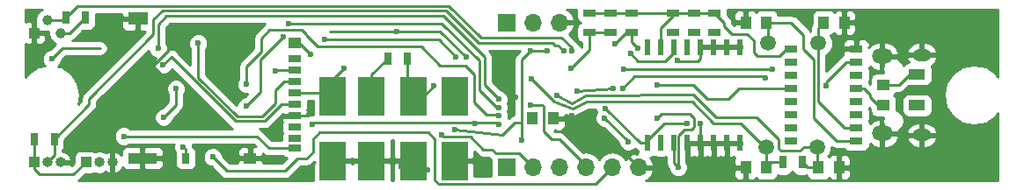
<source format=gbr>
G04 #@! TF.FileFunction,Copper,L2,Bot,Signal*
%FSLAX46Y46*%
G04 Gerber Fmt 4.6, Leading zero omitted, Abs format (unit mm)*
G04 Created by KiCad (PCBNEW 4.0.7) date 01/21/18 20:54:21*
%MOMM*%
%LPD*%
G01*
G04 APERTURE LIST*
%ADD10C,0.100000*%
%ADD11R,1.000000X1.250000*%
%ADD12R,2.500000X3.750000*%
%ADD13R,1.250000X1.000000*%
%ADD14R,1.300000X0.800000*%
%ADD15R,1.600000X1.000000*%
%ADD16O,2.000000X1.450000*%
%ADD17O,1.800000X1.150000*%
%ADD18R,1.200000X0.700000*%
%ADD19R,1.200000X1.000000*%
%ADD20R,0.800000X1.000000*%
%ADD21R,2.800000X1.000000*%
%ADD22R,1.900000X1.300000*%
%ADD23R,1.700000X1.700000*%
%ADD24O,1.700000X1.700000*%
%ADD25R,1.000000X1.000000*%
%ADD26O,1.000000X1.000000*%
%ADD27R,0.700000X1.300000*%
%ADD28C,1.000000*%
%ADD29R,1.300000X0.700000*%
%ADD30R,0.600000X1.500000*%
%ADD31C,1.500000*%
%ADD32C,0.600000*%
%ADD33C,0.250000*%
%ADD34C,0.254000*%
G04 APERTURE END LIST*
D10*
D11*
X148500000Y-46250000D03*
X150500000Y-46250000D03*
X169000000Y-51000000D03*
X171000000Y-51000000D03*
X178000000Y-51000000D03*
X176000000Y-51000000D03*
D12*
X141000000Y-44125000D03*
X141000000Y-50375000D03*
X137000000Y-44125000D03*
X137000000Y-50375000D03*
X133000000Y-44125000D03*
X133000000Y-50375000D03*
D11*
X176500000Y-37000000D03*
X178500000Y-37000000D03*
X171000000Y-37000000D03*
X169000000Y-37000000D03*
D13*
X182250000Y-45000000D03*
X182250000Y-43000000D03*
D12*
X129250000Y-44125000D03*
X129250000Y-50375000D03*
D14*
X179650000Y-39550000D03*
X179650000Y-40830000D03*
X179650000Y-42090000D03*
X179650000Y-43360000D03*
X179650000Y-44640000D03*
X179650000Y-45910000D03*
X179650000Y-47170000D03*
X179650000Y-48450000D03*
X173350000Y-48450000D03*
X173350000Y-47170000D03*
X173350000Y-45910000D03*
X173350000Y-44640000D03*
X173350000Y-43360000D03*
X173350000Y-42090000D03*
X173350000Y-40830000D03*
X173350000Y-39550000D03*
D15*
X185500000Y-42000000D03*
X185500000Y-45000000D03*
D16*
X182150000Y-47725000D03*
X182150000Y-40275000D03*
D17*
X185950000Y-47875000D03*
X185950000Y-40125000D03*
D18*
X125600000Y-49150000D03*
X125600000Y-48200000D03*
X125600000Y-40500000D03*
X125600000Y-41600000D03*
X125600000Y-42700000D03*
X125600000Y-43800000D03*
X125600000Y-44900000D03*
X125600000Y-46000000D03*
X125600000Y-47100000D03*
D19*
X125600000Y-38950000D03*
X121300000Y-50100000D03*
D20*
X115100000Y-50100000D03*
D21*
X110950000Y-50100000D03*
D22*
X110500000Y-36600000D03*
D23*
X146000000Y-37000000D03*
D24*
X148540000Y-37000000D03*
X151080000Y-37000000D03*
D25*
X105500000Y-50500000D03*
D26*
X106770000Y-50500000D03*
X108040000Y-50500000D03*
D25*
X100500000Y-50500000D03*
D26*
X101770000Y-50500000D03*
X103040000Y-50500000D03*
D23*
X146000000Y-51000000D03*
D24*
X148540000Y-51000000D03*
X151080000Y-51000000D03*
X153620000Y-51000000D03*
X156160000Y-51000000D03*
X158700000Y-51000000D03*
D27*
X134550000Y-40500000D03*
X136450000Y-40500000D03*
D28*
X101770000Y-36730000D03*
X103040000Y-38000000D03*
D25*
X100500000Y-38000000D03*
D27*
X172550000Y-50500000D03*
X174450000Y-50500000D03*
D29*
X156000000Y-36050000D03*
X156000000Y-37950000D03*
D27*
X105450000Y-36500000D03*
X103550000Y-36500000D03*
X100550000Y-48250000D03*
X102450000Y-48250000D03*
D29*
X161998660Y-37950180D03*
X161998660Y-36050180D03*
X163997640Y-37950180D03*
X163997640Y-36050180D03*
X166000000Y-37950000D03*
X166000000Y-36050000D03*
X158000000Y-36050000D03*
X158000000Y-37950000D03*
X154000000Y-36050000D03*
X154000000Y-37950000D03*
D30*
X159555000Y-39350000D03*
X160825000Y-39350000D03*
X162095000Y-39350000D03*
X163365000Y-39350000D03*
X164635000Y-39350000D03*
X165905000Y-39350000D03*
X167175000Y-39350000D03*
X168445000Y-39350000D03*
X168445000Y-48650000D03*
X167175000Y-48650000D03*
X165905000Y-48650000D03*
X164635000Y-48650000D03*
X163365000Y-48650000D03*
X162095000Y-48650000D03*
X160825000Y-48650000D03*
X159555000Y-48650000D03*
D31*
X171000000Y-49000000D03*
X175880000Y-49000000D03*
X176000000Y-39000000D03*
X171120000Y-39000000D03*
D32*
X102209600Y-40518080D03*
X114162840Y-43390820D03*
X112989360Y-46156880D03*
X149900000Y-39750000D03*
X148300000Y-39750000D03*
X141023340Y-47320200D03*
X147482560Y-48326040D03*
X127162560Y-40065960D03*
X108122720Y-37246560D03*
X113888520Y-41833800D03*
X113461800Y-38968680D03*
X106900000Y-48000000D03*
X107248960Y-44358560D03*
X104200960Y-48646080D03*
X106923840Y-47995840D03*
X117911880Y-37459920D03*
X119085360Y-39639240D03*
X127193040Y-45643800D03*
X135453120Y-37876480D03*
X142074900Y-40347900D03*
X145120360Y-39926260D03*
X146824700Y-44173140D03*
X141000000Y-51025000D03*
X138358880Y-51226720D03*
X135839200Y-50942240D03*
X152237440Y-46857920D03*
X152278080Y-45994320D03*
X162427920Y-40645080D03*
X168445000Y-39350000D03*
X168904920Y-37017960D03*
X164652960Y-46725840D03*
X150500000Y-46250000D03*
X148500000Y-46250000D03*
X100550000Y-48250000D03*
X139720320Y-47868840D03*
X185430160Y-42006520D03*
X173390560Y-39522400D03*
X158000000Y-36050000D03*
X136450000Y-40500000D03*
X139000000Y-43150000D03*
X185500000Y-45000000D03*
X148351240Y-42418000D03*
X150835360Y-44013120D03*
X141300000Y-43150000D03*
X134538720Y-40579040D03*
X130378200Y-41422320D03*
X152808940Y-43594020D03*
X156270960Y-43357800D03*
X117700000Y-50000000D03*
X160492440Y-43007280D03*
X162500000Y-51000000D03*
X160472120Y-46273720D03*
X157175200Y-43342560D03*
X170931840Y-42367200D03*
X176702720Y-43119040D03*
X179650000Y-42090000D03*
X157246320Y-41468040D03*
X171602400Y-41534080D03*
X179628800Y-44637960D03*
X179500000Y-46000000D03*
X109146340Y-47983140D03*
X123741180Y-41673780D03*
X116314220Y-39004240D03*
X112933480Y-41071800D03*
X125559820Y-47150020D03*
X114879120Y-49011840D03*
X151500000Y-39750000D03*
X142920720Y-46715680D03*
X145250000Y-46800000D03*
X127264160Y-46817280D03*
X120985280Y-45069760D03*
X124480320Y-38404800D03*
X128440180Y-38641020D03*
X141122400Y-40309800D03*
X145250000Y-46000000D03*
X148254720Y-44958000D03*
X120944640Y-42976800D03*
X153620000Y-51000000D03*
X152300000Y-39750000D03*
X158658560Y-39502080D03*
X156385260Y-39075360D03*
X157688280Y-48508920D03*
X155440380Y-46222920D03*
X160782000Y-48615600D03*
X152171400Y-41452800D03*
X155529280Y-45278040D03*
X163372800Y-46725840D03*
X145250000Y-44400000D03*
X112455960Y-39486840D03*
X145250000Y-45200000D03*
X124998480Y-37091620D03*
X162001200Y-38039040D03*
X164073840Y-38023800D03*
X165948360Y-37947600D03*
X159539940Y-39263320D03*
X157901640Y-39974520D03*
D33*
X106883200Y-39481760D02*
X103245920Y-39481760D01*
X103245920Y-39481760D02*
X102209600Y-40518080D01*
X114162840Y-44983400D02*
X114162840Y-43390820D01*
X112989360Y-46156880D02*
X114162840Y-44983400D01*
X147482560Y-40567440D02*
X148300000Y-39750000D01*
X147482560Y-46664880D02*
X147482560Y-40567440D01*
X148300000Y-39750000D02*
X149900000Y-39750000D01*
X147482560Y-46664880D02*
X146806920Y-46664880D01*
X145587720Y-47884080D02*
X141023340Y-47320200D01*
X146806920Y-46664880D02*
X145587720Y-47884080D01*
X147482560Y-46664880D02*
X147482560Y-48326040D01*
X125600000Y-38950000D02*
X126046600Y-38950000D01*
X126046600Y-38950000D02*
X127162560Y-40065960D01*
X108769280Y-36600000D02*
X110500000Y-36600000D01*
X108122720Y-37246560D02*
X108769280Y-36600000D01*
X113888520Y-41833800D02*
X113736120Y-41986200D01*
X113736120Y-41986200D02*
X112745520Y-41986200D01*
X112745520Y-41986200D02*
X112029240Y-41269920D01*
X112029240Y-41269920D02*
X112029240Y-41087040D01*
X112029240Y-41087040D02*
X113461800Y-39654480D01*
X113461800Y-39654480D02*
X113461800Y-38968680D01*
X107248960Y-47651040D02*
X107248960Y-44358560D01*
X106900000Y-48000000D02*
X107248960Y-47651040D01*
X104851200Y-47995840D02*
X106923840Y-47995840D01*
X104851200Y-47995840D02*
X104200960Y-48646080D01*
X117911880Y-38465760D02*
X117911880Y-37459920D01*
X119085360Y-39639240D02*
X117911880Y-38465760D01*
X125600000Y-46000000D02*
X126836840Y-46000000D01*
X126836840Y-46000000D02*
X127193040Y-45643800D01*
X139603480Y-37876480D02*
X135453120Y-37876480D01*
X142074900Y-40347900D02*
X139603480Y-37876480D01*
X145120360Y-42468800D02*
X145120360Y-39926260D01*
X146824700Y-44173140D02*
X145120360Y-42468800D01*
X141000000Y-51025000D02*
X141000000Y-50375000D01*
X137000000Y-50375000D02*
X137507160Y-50375000D01*
X137507160Y-50375000D02*
X138358880Y-51226720D01*
X135839200Y-50942240D02*
X136406440Y-50375000D01*
X136406440Y-50375000D02*
X137000000Y-50375000D01*
X156589920Y-48889920D02*
X158700000Y-51000000D01*
X154269440Y-48889920D02*
X156589920Y-48889920D01*
X152237440Y-46857920D02*
X154269440Y-48889920D01*
X150500000Y-46250000D02*
X151260400Y-46250000D01*
X151260400Y-46250000D02*
X152278080Y-45994320D01*
X162427920Y-40645080D02*
X162504120Y-40721280D01*
X162504120Y-40721280D02*
X164393880Y-40721280D01*
X164393880Y-40721280D02*
X164635000Y-40480160D01*
X164635000Y-40480160D02*
X164635000Y-39350000D01*
X164635000Y-39350000D02*
X168445000Y-39350000D01*
X168904920Y-37017960D02*
X168922880Y-37000000D01*
X168922880Y-37000000D02*
X169000000Y-37000000D01*
X164635000Y-48650000D02*
X164635000Y-46743800D01*
X164635000Y-46743800D02*
X164652960Y-46725840D01*
X163365000Y-48650000D02*
X168445000Y-48650000D01*
X100550000Y-50450000D02*
X100550000Y-48250000D01*
X147191920Y-49651920D02*
X148540000Y-51000000D01*
X144947640Y-49651920D02*
X147191920Y-49651920D01*
X144551400Y-49255680D02*
X144947640Y-49651920D01*
X143736060Y-49255680D02*
X144551400Y-49255680D01*
X142499080Y-48018700D02*
X143736060Y-49255680D01*
X139870180Y-48018700D02*
X142499080Y-48018700D01*
X139720320Y-47868840D02*
X139870180Y-48018700D01*
X160825000Y-39350000D02*
X160825000Y-37493120D01*
X160825000Y-37493120D02*
X161998660Y-36319460D01*
X161998660Y-36319460D02*
X161998660Y-36050180D01*
X103040000Y-38000000D02*
X103950000Y-38000000D01*
X103950000Y-38000000D02*
X105450000Y-36500000D01*
X100500000Y-50500000D02*
X100500000Y-51168120D01*
X104305920Y-51694080D02*
X105500000Y-50500000D01*
X101025960Y-51694080D02*
X104305920Y-51694080D01*
X100500000Y-51168120D02*
X101025960Y-51694080D01*
X100550000Y-50450000D02*
X100500000Y-50500000D01*
X185430160Y-42006520D02*
X185436680Y-42000000D01*
X185436680Y-42000000D02*
X185500000Y-42000000D01*
X173350000Y-39550000D02*
X172910840Y-39550000D01*
X172910840Y-39550000D02*
X172212000Y-40248840D01*
X166954200Y-37004200D02*
X166000000Y-36050000D01*
X166954200Y-37383720D02*
X166954200Y-37004200D01*
X167700960Y-38130480D02*
X166954200Y-37383720D01*
X169148760Y-38130480D02*
X167700960Y-38130480D01*
X169758360Y-38740080D02*
X169148760Y-38130480D01*
X169758360Y-39883080D02*
X169758360Y-38740080D01*
X170124120Y-40248840D02*
X169758360Y-39883080D01*
X172212000Y-40248840D02*
X170124120Y-40248840D01*
X173390560Y-39522400D02*
X173362960Y-39550000D01*
X173362960Y-39550000D02*
X173350000Y-39550000D01*
X161998660Y-36050180D02*
X158000180Y-36050180D01*
X158000180Y-36050180D02*
X158000000Y-36050000D01*
X163997640Y-36050180D02*
X161998660Y-36050180D01*
X166000000Y-36050000D02*
X163997820Y-36050000D01*
X163997820Y-36050000D02*
X163997640Y-36050180D01*
X156000000Y-36050000D02*
X154000000Y-36050000D01*
X158000000Y-36050000D02*
X156000000Y-36050000D01*
X136450000Y-43575000D02*
X136450000Y-40500000D01*
X136450000Y-43575000D02*
X137000000Y-44125000D01*
X139000000Y-43150000D02*
X138025000Y-44125000D01*
X138025000Y-44125000D02*
X137000000Y-44125000D01*
X185500000Y-42000000D02*
X184750000Y-42000000D01*
X184750000Y-42000000D02*
X183750000Y-43000000D01*
X183750000Y-43000000D02*
X182250000Y-43000000D01*
X171000000Y-49000000D02*
X170798080Y-49000000D01*
X170798080Y-49000000D02*
X168513760Y-46715680D01*
X150581360Y-44648120D02*
X148351240Y-42418000D01*
X163890960Y-44648120D02*
X153741120Y-44648120D01*
X153741120Y-44648120D02*
X152339040Y-45339000D01*
X152339040Y-45339000D02*
X150581360Y-44648120D01*
X165912800Y-46715680D02*
X163890960Y-44648120D01*
X168513760Y-46715680D02*
X165912800Y-46715680D01*
X171000000Y-49000000D02*
X171000000Y-51000000D01*
X172550000Y-50500000D02*
X171500000Y-50500000D01*
X171500000Y-50500000D02*
X171000000Y-51000000D01*
X175880000Y-49000000D02*
X174647000Y-49000000D01*
X163964620Y-43995340D02*
X153649680Y-44009309D01*
X153649680Y-44009309D02*
X152308560Y-44805600D01*
X152308560Y-44805600D02*
X150835360Y-44013120D01*
X166146480Y-46177200D02*
X163964620Y-43995340D01*
X170055540Y-46177200D02*
X166146480Y-46177200D01*
X172181520Y-48303180D02*
X170055540Y-46177200D01*
X172181520Y-49187100D02*
X172181520Y-48303180D01*
X172410120Y-49415700D02*
X172181520Y-49187100D01*
X174231300Y-49415700D02*
X172410120Y-49415700D01*
X174647000Y-49000000D02*
X174231300Y-49415700D01*
X176000000Y-51000000D02*
X174950000Y-51000000D01*
X174950000Y-51000000D02*
X174450000Y-50500000D01*
X175880000Y-49000000D02*
X175880000Y-50880000D01*
X175880000Y-50880000D02*
X176000000Y-51000000D01*
X141300000Y-43150000D02*
X141000000Y-43450000D01*
X141000000Y-43450000D02*
X141000000Y-44125000D01*
X134538720Y-40579040D02*
X134550000Y-40567760D01*
X134550000Y-40567760D02*
X134550000Y-40500000D01*
X133000000Y-44125000D02*
X133000000Y-42050000D01*
X133000000Y-42050000D02*
X134550000Y-40500000D01*
X176000000Y-39000000D02*
X176000000Y-44631200D01*
X178538800Y-47170000D02*
X179650000Y-47170000D01*
X176000000Y-44631200D02*
X178538800Y-47170000D01*
X176000000Y-39000000D02*
X176000000Y-37500000D01*
X176000000Y-37500000D02*
X176500000Y-37000000D01*
X179650000Y-48450000D02*
X177786800Y-48450000D01*
X173382760Y-37000000D02*
X171000000Y-37000000D01*
X174558960Y-38176200D02*
X173382760Y-37000000D01*
X174558960Y-39570660D02*
X174558960Y-38176200D01*
X175549998Y-40561698D02*
X174558960Y-39570660D01*
X175549998Y-46213198D02*
X175549998Y-40561698D01*
X177786800Y-48450000D02*
X175549998Y-46213198D01*
X171120000Y-39000000D02*
X171120000Y-37120000D01*
X171120000Y-37120000D02*
X171000000Y-37000000D01*
X182250000Y-45000000D02*
X181750000Y-45000000D01*
X181750000Y-45000000D02*
X181000000Y-44250000D01*
X181000000Y-44250000D02*
X181000000Y-44000000D01*
X181000000Y-44000000D02*
X180360000Y-43360000D01*
X180360000Y-43360000D02*
X179650000Y-43360000D01*
X125600000Y-43800000D02*
X128925000Y-43800000D01*
X128925000Y-43800000D02*
X129250000Y-44125000D01*
X130378200Y-41422320D02*
X129250000Y-42550520D01*
X129250000Y-42550520D02*
X129250000Y-44125000D01*
X156260800Y-43347640D02*
X152808940Y-43594020D01*
X156270960Y-43357800D02*
X156260800Y-43347640D01*
X154536280Y-52623720D02*
X156160000Y-51000000D01*
X139446000Y-52623720D02*
X154536280Y-52623720D01*
X139095480Y-52273200D02*
X139446000Y-52623720D01*
X139095480Y-48290480D02*
X139095480Y-52273200D01*
X138442700Y-47637700D02*
X139095480Y-48290480D01*
X127993140Y-47637700D02*
X138442700Y-47637700D01*
X127350520Y-48280320D02*
X127993140Y-47637700D01*
X127350520Y-49509680D02*
X127350520Y-48280320D01*
X126707900Y-50152300D02*
X127350520Y-49509680D01*
X125869700Y-50152300D02*
X126707900Y-50152300D01*
X124668280Y-51353720D02*
X125869700Y-50152300D01*
X119053720Y-51353720D02*
X124668280Y-51353720D01*
X117700000Y-50000000D02*
X119053720Y-51353720D01*
X173350000Y-43360000D02*
X168323600Y-43360000D01*
X163982400Y-43007280D02*
X160492440Y-43007280D01*
X165323520Y-44348400D02*
X163982400Y-43007280D01*
X167335200Y-44348400D02*
X165323520Y-44348400D01*
X168323600Y-43360000D02*
X167335200Y-44348400D01*
X162500000Y-51000000D02*
X162500000Y-47979640D01*
X162095000Y-50595000D02*
X162500000Y-51000000D01*
X162095000Y-48650000D02*
X162095000Y-50595000D01*
X160888680Y-45857160D02*
X160472120Y-46273720D01*
X163586160Y-45857160D02*
X160888680Y-45857160D01*
X164005260Y-46276260D02*
X163586160Y-45857160D01*
X164005260Y-47124620D02*
X164005260Y-46276260D01*
X163753800Y-47376080D02*
X164005260Y-47124620D01*
X163103560Y-47376080D02*
X163753800Y-47376080D01*
X162500000Y-47979640D02*
X163103560Y-47376080D01*
X179650000Y-40830000D02*
X178646320Y-40830000D01*
X158313120Y-42204640D02*
X157175200Y-43342560D01*
X170769280Y-42204640D02*
X158313120Y-42204640D01*
X170931840Y-42367200D02*
X170769280Y-42204640D01*
X176702720Y-42773600D02*
X176702720Y-43119040D01*
X178646320Y-40830000D02*
X176702720Y-42773600D01*
X171536360Y-41468040D02*
X157246320Y-41468040D01*
X171602400Y-41534080D02*
X171536360Y-41468040D01*
X179628800Y-44637960D02*
X179630840Y-44640000D01*
X179630840Y-44640000D02*
X179650000Y-44640000D01*
X179500000Y-46000000D02*
X179590000Y-45910000D01*
X179590000Y-45910000D02*
X179650000Y-45910000D01*
X125600000Y-49150000D02*
X123114800Y-49150000D01*
X121947940Y-47983140D02*
X109146340Y-47983140D01*
X123114800Y-49150000D02*
X121947940Y-47983140D01*
X123814960Y-41600000D02*
X125600000Y-41600000D01*
X123741180Y-41673780D02*
X123814960Y-41600000D01*
X125600000Y-42700000D02*
X124604720Y-42700000D01*
X116314220Y-42307382D02*
X116314220Y-39004240D01*
X120076936Y-46070098D02*
X116314220Y-42307382D01*
X122498144Y-46070098D02*
X120076936Y-46070098D01*
X123774200Y-44794042D02*
X122498144Y-46070098D01*
X123774200Y-43530520D02*
X123774200Y-44794042D01*
X124604720Y-42700000D02*
X123774200Y-43530520D01*
X124304640Y-44900000D02*
X125600000Y-44900000D01*
X122684540Y-46520100D02*
X124304640Y-44900000D01*
X119890540Y-46520100D02*
X122684540Y-46520100D01*
X113715800Y-40345360D02*
X119890540Y-46520100D01*
X113715800Y-40289480D02*
X113715800Y-40345360D01*
X112933480Y-41071800D02*
X113715800Y-40289480D01*
X125559820Y-47150020D02*
X125600000Y-47109840D01*
X125600000Y-47109840D02*
X125600000Y-47100000D01*
X115100000Y-49232720D02*
X115100000Y-50100000D01*
X114879120Y-49011840D02*
X115100000Y-49232720D01*
X102450000Y-48250000D02*
X105808780Y-44891220D01*
X105808780Y-44340780D02*
X105808780Y-44891220D01*
X112003840Y-38145720D02*
X105808780Y-44340780D01*
X112003840Y-36700460D02*
X112003840Y-38145720D01*
X112882680Y-35821620D02*
X112003840Y-36700460D01*
X140144500Y-35821620D02*
X112882680Y-35821620D01*
X143271240Y-38948360D02*
X140144500Y-35821620D01*
X150398480Y-38948360D02*
X143271240Y-38948360D01*
X150647400Y-39197280D02*
X150398480Y-38948360D01*
X150947280Y-39197280D02*
X150647400Y-39197280D01*
X150947280Y-39197280D02*
X151500000Y-39750000D01*
X102450000Y-48250000D02*
X102450000Y-49820000D01*
X102450000Y-49820000D02*
X101770000Y-50500000D01*
X142920720Y-46715680D02*
X142920720Y-46687740D01*
X142920720Y-46687740D02*
X142920720Y-46715680D01*
X142920720Y-46715680D02*
X142920720Y-46687740D01*
X127393700Y-46687740D02*
X127264160Y-46817280D01*
X145137740Y-46687740D02*
X142920720Y-46687740D01*
X142920720Y-46687740D02*
X127393700Y-46687740D01*
X145137740Y-46687740D02*
X145250000Y-46800000D01*
X122326400Y-43728640D02*
X120985280Y-45069760D01*
X122326400Y-40558720D02*
X122326400Y-43728640D01*
X124480320Y-38404800D02*
X122326400Y-40558720D01*
X139453620Y-38641020D02*
X128440180Y-38641020D01*
X141122400Y-40309800D02*
X139453620Y-38641020D01*
X151089360Y-48310800D02*
X150342600Y-48310800D01*
X150342600Y-48310800D02*
X149519640Y-47487840D01*
X149519640Y-47487840D02*
X149519640Y-45095160D01*
X149519640Y-45095160D02*
X149382480Y-44958000D01*
X149382480Y-44958000D02*
X148254720Y-44958000D01*
X153620000Y-50841440D02*
X151089360Y-48310800D01*
X120944640Y-41208960D02*
X120944640Y-42976800D01*
X122367040Y-39786560D02*
X120944640Y-41208960D01*
X122367040Y-38547040D02*
X122367040Y-39786560D01*
X123179840Y-37734240D02*
X122367040Y-38547040D01*
X126309120Y-37734240D02*
X123179840Y-37734240D01*
X126674880Y-38100000D02*
X126309120Y-37734240D01*
X126674880Y-38181280D02*
X126674880Y-38100000D01*
X127833120Y-39339520D02*
X126674880Y-38181280D01*
X137769600Y-39339520D02*
X127833120Y-39339520D01*
X139557760Y-41127680D02*
X137769600Y-39339520D01*
X142031720Y-41127680D02*
X139557760Y-41127680D01*
X142875000Y-41970960D02*
X142031720Y-41127680D01*
X142875000Y-44744640D02*
X142875000Y-41970960D01*
X144063720Y-45933360D02*
X142875000Y-44744640D01*
X145183360Y-45933360D02*
X144063720Y-45933360D01*
X145250000Y-46000000D02*
X145183360Y-45933360D01*
X153620000Y-51000000D02*
X153620000Y-50841440D01*
X103550000Y-36500000D02*
X104678382Y-35371618D01*
X140446338Y-35371618D02*
X104678382Y-35371618D01*
X143522001Y-38447281D02*
X140446338Y-35371618D01*
X151294401Y-38447281D02*
X143522001Y-38447281D01*
X152260300Y-39413180D02*
X151294401Y-38447281D01*
X152260300Y-39710300D02*
X152260300Y-39413180D01*
X152260300Y-39710300D02*
X152300000Y-39750000D01*
X101770000Y-36730000D02*
X103320000Y-36730000D01*
X103320000Y-36730000D02*
X103550000Y-36500000D01*
X158000000Y-38843520D02*
X158000000Y-37950000D01*
X158658560Y-39502080D02*
X158000000Y-38843520D01*
X156385260Y-39075360D02*
X157510620Y-37950000D01*
X157510620Y-37950000D02*
X158000000Y-37950000D01*
X157688280Y-48470820D02*
X157688280Y-48508920D01*
X155440380Y-46222920D02*
X157688280Y-48470820D01*
X160782000Y-48615600D02*
X160816400Y-48650000D01*
X160816400Y-48650000D02*
X160825000Y-48650000D01*
X154000000Y-39624200D02*
X154000000Y-37950000D01*
X152171400Y-41452800D02*
X154000000Y-39624200D01*
X154000000Y-37950000D02*
X156000000Y-37950000D01*
X158901240Y-48650000D02*
X159555000Y-48650000D01*
X155529280Y-45278040D02*
X158901240Y-48650000D01*
X159555000Y-48650000D02*
X159555000Y-48318600D01*
X159555000Y-48318600D02*
X161147760Y-46725840D01*
X161147760Y-46725840D02*
X163372800Y-46725840D01*
X112455960Y-37170360D02*
X112455960Y-39486840D01*
X113263680Y-36362640D02*
X112455960Y-37170360D01*
X139880340Y-36362640D02*
X113263680Y-36362640D01*
X143863060Y-40345360D02*
X139880340Y-36362640D01*
X143863060Y-43013060D02*
X143863060Y-40345360D01*
X143863060Y-43013060D02*
X145250000Y-44400000D01*
X139778740Y-37091620D02*
X124998480Y-37091620D01*
X143377920Y-40690800D02*
X139778740Y-37091620D01*
X143377920Y-43525440D02*
X143377920Y-40690800D01*
X145023840Y-45171360D02*
X143377920Y-43525440D01*
X145221360Y-45171360D02*
X145023840Y-45171360D01*
X145221360Y-45171360D02*
X145250000Y-45200000D01*
X162001200Y-38039040D02*
X161998660Y-38036500D01*
X161998660Y-38036500D02*
X161998660Y-37950180D01*
X164073840Y-38023800D02*
X164000220Y-37950180D01*
X164000220Y-37950180D02*
X163997640Y-37950180D01*
X165948360Y-37947600D02*
X165950760Y-37950000D01*
X165950760Y-37950000D02*
X166000000Y-37950000D01*
X159539940Y-39263320D02*
X159555000Y-39278380D01*
X159555000Y-39278380D02*
X159555000Y-39350000D01*
X162095000Y-39350000D02*
X162095000Y-39865480D01*
X162095000Y-39865480D02*
X161254440Y-40706040D01*
X161254440Y-40706040D02*
X158633160Y-40706040D01*
X158633160Y-40706040D02*
X157901640Y-39974520D01*
D34*
G36*
X111662843Y-40015783D02*
X111925633Y-40279032D01*
X112263604Y-40419370D01*
X112141288Y-40541473D01*
X111998642Y-40885001D01*
X111998318Y-41256967D01*
X112140363Y-41600743D01*
X112403153Y-41863992D01*
X112746681Y-42006638D01*
X113118647Y-42006962D01*
X113462423Y-41864917D01*
X113725672Y-41602127D01*
X113776165Y-41480527D01*
X119353139Y-47057501D01*
X119599701Y-47222248D01*
X119604185Y-47223140D01*
X109708803Y-47223140D01*
X109676667Y-47190948D01*
X109333139Y-47048302D01*
X108961173Y-47047978D01*
X108617397Y-47190023D01*
X108354148Y-47452813D01*
X108211502Y-47796341D01*
X108211178Y-48168307D01*
X108353223Y-48512083D01*
X108616013Y-48775332D01*
X108959541Y-48917978D01*
X109331507Y-48918302D01*
X109675283Y-48776257D01*
X109708458Y-48743140D01*
X113978290Y-48743140D01*
X113944282Y-48825041D01*
X113943958Y-49197007D01*
X114071607Y-49505942D01*
X114052560Y-49600000D01*
X114052560Y-50600000D01*
X114096838Y-50835317D01*
X114235910Y-51051441D01*
X114448110Y-51196431D01*
X114700000Y-51247440D01*
X115500000Y-51247440D01*
X115735317Y-51203162D01*
X115951441Y-51064090D01*
X116096431Y-50851890D01*
X116147440Y-50600000D01*
X116147440Y-49600000D01*
X116103162Y-49364683D01*
X115964090Y-49148559D01*
X115824254Y-49053013D01*
X115814129Y-49002114D01*
X115814282Y-48826673D01*
X115779767Y-48743140D01*
X121633138Y-48743140D01*
X121854998Y-48965000D01*
X121585750Y-48965000D01*
X121427000Y-49123750D01*
X121427000Y-49973000D01*
X122376250Y-49973000D01*
X122535000Y-49814250D01*
X122535000Y-49645002D01*
X122577399Y-49687401D01*
X122823960Y-49852148D01*
X123114800Y-49910000D01*
X124509243Y-49910000D01*
X124535910Y-49951441D01*
X124748110Y-50096431D01*
X124833479Y-50113719D01*
X124353478Y-50593720D01*
X122535000Y-50593720D01*
X122535000Y-50385750D01*
X122376250Y-50227000D01*
X121427000Y-50227000D01*
X121427000Y-50247000D01*
X121173000Y-50247000D01*
X121173000Y-50227000D01*
X120223750Y-50227000D01*
X120065000Y-50385750D01*
X120065000Y-50593720D01*
X119368522Y-50593720D01*
X118635122Y-49860320D01*
X118635162Y-49814833D01*
X118494206Y-49473691D01*
X120065000Y-49473691D01*
X120065000Y-49814250D01*
X120223750Y-49973000D01*
X121173000Y-49973000D01*
X121173000Y-49123750D01*
X121014250Y-48965000D01*
X120573690Y-48965000D01*
X120340301Y-49061673D01*
X120161673Y-49240302D01*
X120065000Y-49473691D01*
X118494206Y-49473691D01*
X118493117Y-49471057D01*
X118230327Y-49207808D01*
X117886799Y-49065162D01*
X117514833Y-49064838D01*
X117171057Y-49206883D01*
X116907808Y-49469673D01*
X116765162Y-49813201D01*
X116764838Y-50185167D01*
X116906883Y-50528943D01*
X117169673Y-50792192D01*
X117513201Y-50934838D01*
X117560077Y-50934879D01*
X118516319Y-51891121D01*
X118762880Y-52055868D01*
X119053720Y-52113720D01*
X124668280Y-52113720D01*
X124959119Y-52055868D01*
X125205681Y-51891121D01*
X126184502Y-50912300D01*
X126707900Y-50912300D01*
X126998739Y-50854448D01*
X127245301Y-50689701D01*
X127433000Y-50502002D01*
X127523748Y-50502002D01*
X127365000Y-50660750D01*
X127365000Y-52290000D01*
X104755741Y-52290000D01*
X104843321Y-52231481D01*
X105427362Y-51647440D01*
X106000000Y-51647440D01*
X106235317Y-51603162D01*
X106311073Y-51554414D01*
X106335654Y-51570839D01*
X106770000Y-51657236D01*
X107204346Y-51570839D01*
X107414304Y-51430549D01*
X107479791Y-51487127D01*
X107738126Y-51594119D01*
X107913000Y-51467954D01*
X107913000Y-50627000D01*
X107893000Y-50627000D01*
X107893000Y-50582564D01*
X107905000Y-50522236D01*
X107905000Y-50477764D01*
X107893000Y-50417436D01*
X107893000Y-50373000D01*
X107913000Y-50373000D01*
X107913000Y-49532046D01*
X108167000Y-49532046D01*
X108167000Y-50373000D01*
X108187000Y-50373000D01*
X108187000Y-50627000D01*
X108167000Y-50627000D01*
X108167000Y-51467954D01*
X108341874Y-51594119D01*
X108600209Y-51487127D01*
X108935323Y-51197604D01*
X109040408Y-50988433D01*
X109190301Y-51138327D01*
X109423690Y-51235000D01*
X110664250Y-51235000D01*
X110823000Y-51076250D01*
X110823000Y-50227000D01*
X111077000Y-50227000D01*
X111077000Y-51076250D01*
X111235750Y-51235000D01*
X112476310Y-51235000D01*
X112709699Y-51138327D01*
X112888327Y-50959698D01*
X112985000Y-50726309D01*
X112985000Y-50385750D01*
X112826250Y-50227000D01*
X111077000Y-50227000D01*
X110823000Y-50227000D01*
X110803000Y-50227000D01*
X110803000Y-49973000D01*
X110823000Y-49973000D01*
X110823000Y-49123750D01*
X111077000Y-49123750D01*
X111077000Y-49973000D01*
X112826250Y-49973000D01*
X112985000Y-49814250D01*
X112985000Y-49473691D01*
X112888327Y-49240302D01*
X112709699Y-49061673D01*
X112476310Y-48965000D01*
X111235750Y-48965000D01*
X111077000Y-49123750D01*
X110823000Y-49123750D01*
X110664250Y-48965000D01*
X109423690Y-48965000D01*
X109190301Y-49061673D01*
X109011673Y-49240302D01*
X108915000Y-49473691D01*
X108915000Y-49784838D01*
X108600209Y-49512873D01*
X108341874Y-49405881D01*
X108167000Y-49532046D01*
X107913000Y-49532046D01*
X107738126Y-49405881D01*
X107479791Y-49512873D01*
X107414304Y-49569451D01*
X107204346Y-49429161D01*
X106770000Y-49342764D01*
X106335654Y-49429161D01*
X106312241Y-49444805D01*
X106251890Y-49403569D01*
X106000000Y-49352560D01*
X105000000Y-49352560D01*
X104764683Y-49396838D01*
X104548559Y-49535910D01*
X104403569Y-49748110D01*
X104352560Y-50000000D01*
X104352560Y-50572638D01*
X104129626Y-50795572D01*
X104009135Y-50627000D01*
X103167000Y-50627000D01*
X103167000Y-50647000D01*
X102913000Y-50647000D01*
X102913000Y-50627000D01*
X102893000Y-50627000D01*
X102893000Y-50582564D01*
X102905000Y-50522236D01*
X102905000Y-50477764D01*
X102898702Y-50446100D01*
X102987401Y-50357401D01*
X102990342Y-50353000D01*
X103167000Y-50353000D01*
X103167000Y-50373000D01*
X104009135Y-50373000D01*
X104134132Y-50198123D01*
X103935323Y-49802396D01*
X103600209Y-49512873D01*
X103341874Y-49405881D01*
X103210000Y-49501023D01*
X103210000Y-49390757D01*
X103251441Y-49364090D01*
X103396431Y-49151890D01*
X103447440Y-48900000D01*
X103447440Y-48327362D01*
X105432755Y-46342047D01*
X112054198Y-46342047D01*
X112196243Y-46685823D01*
X112459033Y-46949072D01*
X112802561Y-47091718D01*
X113174527Y-47092042D01*
X113518303Y-46949997D01*
X113781552Y-46687207D01*
X113924198Y-46343679D01*
X113924239Y-46296803D01*
X114700241Y-45520801D01*
X114864988Y-45274240D01*
X114922840Y-44983400D01*
X114922840Y-43953283D01*
X114955032Y-43921147D01*
X115097678Y-43577619D01*
X115098002Y-43205653D01*
X114955957Y-42861877D01*
X114693167Y-42598628D01*
X114349639Y-42455982D01*
X113977673Y-42455658D01*
X113633897Y-42597703D01*
X113370648Y-42860493D01*
X113228002Y-43204021D01*
X113227678Y-43575987D01*
X113369723Y-43919763D01*
X113402840Y-43952938D01*
X113402840Y-44668598D01*
X112849680Y-45221758D01*
X112804193Y-45221718D01*
X112460417Y-45363763D01*
X112197168Y-45626553D01*
X112054522Y-45970081D01*
X112054198Y-46342047D01*
X105432755Y-46342047D01*
X106346181Y-45428621D01*
X106510928Y-45182060D01*
X106568780Y-44891220D01*
X106568780Y-44655582D01*
X111530025Y-39694337D01*
X111662843Y-40015783D01*
X111662843Y-40015783D01*
G37*
X111662843Y-40015783D02*
X111925633Y-40279032D01*
X112263604Y-40419370D01*
X112141288Y-40541473D01*
X111998642Y-40885001D01*
X111998318Y-41256967D01*
X112140363Y-41600743D01*
X112403153Y-41863992D01*
X112746681Y-42006638D01*
X113118647Y-42006962D01*
X113462423Y-41864917D01*
X113725672Y-41602127D01*
X113776165Y-41480527D01*
X119353139Y-47057501D01*
X119599701Y-47222248D01*
X119604185Y-47223140D01*
X109708803Y-47223140D01*
X109676667Y-47190948D01*
X109333139Y-47048302D01*
X108961173Y-47047978D01*
X108617397Y-47190023D01*
X108354148Y-47452813D01*
X108211502Y-47796341D01*
X108211178Y-48168307D01*
X108353223Y-48512083D01*
X108616013Y-48775332D01*
X108959541Y-48917978D01*
X109331507Y-48918302D01*
X109675283Y-48776257D01*
X109708458Y-48743140D01*
X113978290Y-48743140D01*
X113944282Y-48825041D01*
X113943958Y-49197007D01*
X114071607Y-49505942D01*
X114052560Y-49600000D01*
X114052560Y-50600000D01*
X114096838Y-50835317D01*
X114235910Y-51051441D01*
X114448110Y-51196431D01*
X114700000Y-51247440D01*
X115500000Y-51247440D01*
X115735317Y-51203162D01*
X115951441Y-51064090D01*
X116096431Y-50851890D01*
X116147440Y-50600000D01*
X116147440Y-49600000D01*
X116103162Y-49364683D01*
X115964090Y-49148559D01*
X115824254Y-49053013D01*
X115814129Y-49002114D01*
X115814282Y-48826673D01*
X115779767Y-48743140D01*
X121633138Y-48743140D01*
X121854998Y-48965000D01*
X121585750Y-48965000D01*
X121427000Y-49123750D01*
X121427000Y-49973000D01*
X122376250Y-49973000D01*
X122535000Y-49814250D01*
X122535000Y-49645002D01*
X122577399Y-49687401D01*
X122823960Y-49852148D01*
X123114800Y-49910000D01*
X124509243Y-49910000D01*
X124535910Y-49951441D01*
X124748110Y-50096431D01*
X124833479Y-50113719D01*
X124353478Y-50593720D01*
X122535000Y-50593720D01*
X122535000Y-50385750D01*
X122376250Y-50227000D01*
X121427000Y-50227000D01*
X121427000Y-50247000D01*
X121173000Y-50247000D01*
X121173000Y-50227000D01*
X120223750Y-50227000D01*
X120065000Y-50385750D01*
X120065000Y-50593720D01*
X119368522Y-50593720D01*
X118635122Y-49860320D01*
X118635162Y-49814833D01*
X118494206Y-49473691D01*
X120065000Y-49473691D01*
X120065000Y-49814250D01*
X120223750Y-49973000D01*
X121173000Y-49973000D01*
X121173000Y-49123750D01*
X121014250Y-48965000D01*
X120573690Y-48965000D01*
X120340301Y-49061673D01*
X120161673Y-49240302D01*
X120065000Y-49473691D01*
X118494206Y-49473691D01*
X118493117Y-49471057D01*
X118230327Y-49207808D01*
X117886799Y-49065162D01*
X117514833Y-49064838D01*
X117171057Y-49206883D01*
X116907808Y-49469673D01*
X116765162Y-49813201D01*
X116764838Y-50185167D01*
X116906883Y-50528943D01*
X117169673Y-50792192D01*
X117513201Y-50934838D01*
X117560077Y-50934879D01*
X118516319Y-51891121D01*
X118762880Y-52055868D01*
X119053720Y-52113720D01*
X124668280Y-52113720D01*
X124959119Y-52055868D01*
X125205681Y-51891121D01*
X126184502Y-50912300D01*
X126707900Y-50912300D01*
X126998739Y-50854448D01*
X127245301Y-50689701D01*
X127433000Y-50502002D01*
X127523748Y-50502002D01*
X127365000Y-50660750D01*
X127365000Y-52290000D01*
X104755741Y-52290000D01*
X104843321Y-52231481D01*
X105427362Y-51647440D01*
X106000000Y-51647440D01*
X106235317Y-51603162D01*
X106311073Y-51554414D01*
X106335654Y-51570839D01*
X106770000Y-51657236D01*
X107204346Y-51570839D01*
X107414304Y-51430549D01*
X107479791Y-51487127D01*
X107738126Y-51594119D01*
X107913000Y-51467954D01*
X107913000Y-50627000D01*
X107893000Y-50627000D01*
X107893000Y-50582564D01*
X107905000Y-50522236D01*
X107905000Y-50477764D01*
X107893000Y-50417436D01*
X107893000Y-50373000D01*
X107913000Y-50373000D01*
X107913000Y-49532046D01*
X108167000Y-49532046D01*
X108167000Y-50373000D01*
X108187000Y-50373000D01*
X108187000Y-50627000D01*
X108167000Y-50627000D01*
X108167000Y-51467954D01*
X108341874Y-51594119D01*
X108600209Y-51487127D01*
X108935323Y-51197604D01*
X109040408Y-50988433D01*
X109190301Y-51138327D01*
X109423690Y-51235000D01*
X110664250Y-51235000D01*
X110823000Y-51076250D01*
X110823000Y-50227000D01*
X111077000Y-50227000D01*
X111077000Y-51076250D01*
X111235750Y-51235000D01*
X112476310Y-51235000D01*
X112709699Y-51138327D01*
X112888327Y-50959698D01*
X112985000Y-50726309D01*
X112985000Y-50385750D01*
X112826250Y-50227000D01*
X111077000Y-50227000D01*
X110823000Y-50227000D01*
X110803000Y-50227000D01*
X110803000Y-49973000D01*
X110823000Y-49973000D01*
X110823000Y-49123750D01*
X111077000Y-49123750D01*
X111077000Y-49973000D01*
X112826250Y-49973000D01*
X112985000Y-49814250D01*
X112985000Y-49473691D01*
X112888327Y-49240302D01*
X112709699Y-49061673D01*
X112476310Y-48965000D01*
X111235750Y-48965000D01*
X111077000Y-49123750D01*
X110823000Y-49123750D01*
X110664250Y-48965000D01*
X109423690Y-48965000D01*
X109190301Y-49061673D01*
X109011673Y-49240302D01*
X108915000Y-49473691D01*
X108915000Y-49784838D01*
X108600209Y-49512873D01*
X108341874Y-49405881D01*
X108167000Y-49532046D01*
X107913000Y-49532046D01*
X107738126Y-49405881D01*
X107479791Y-49512873D01*
X107414304Y-49569451D01*
X107204346Y-49429161D01*
X106770000Y-49342764D01*
X106335654Y-49429161D01*
X106312241Y-49444805D01*
X106251890Y-49403569D01*
X106000000Y-49352560D01*
X105000000Y-49352560D01*
X104764683Y-49396838D01*
X104548559Y-49535910D01*
X104403569Y-49748110D01*
X104352560Y-50000000D01*
X104352560Y-50572638D01*
X104129626Y-50795572D01*
X104009135Y-50627000D01*
X103167000Y-50627000D01*
X103167000Y-50647000D01*
X102913000Y-50647000D01*
X102913000Y-50627000D01*
X102893000Y-50627000D01*
X102893000Y-50582564D01*
X102905000Y-50522236D01*
X102905000Y-50477764D01*
X102898702Y-50446100D01*
X102987401Y-50357401D01*
X102990342Y-50353000D01*
X103167000Y-50353000D01*
X103167000Y-50373000D01*
X104009135Y-50373000D01*
X104134132Y-50198123D01*
X103935323Y-49802396D01*
X103600209Y-49512873D01*
X103341874Y-49405881D01*
X103210000Y-49501023D01*
X103210000Y-49390757D01*
X103251441Y-49364090D01*
X103396431Y-49151890D01*
X103447440Y-48900000D01*
X103447440Y-48327362D01*
X105432755Y-46342047D01*
X112054198Y-46342047D01*
X112196243Y-46685823D01*
X112459033Y-46949072D01*
X112802561Y-47091718D01*
X113174527Y-47092042D01*
X113518303Y-46949997D01*
X113781552Y-46687207D01*
X113924198Y-46343679D01*
X113924239Y-46296803D01*
X114700241Y-45520801D01*
X114864988Y-45274240D01*
X114922840Y-44983400D01*
X114922840Y-43953283D01*
X114955032Y-43921147D01*
X115097678Y-43577619D01*
X115098002Y-43205653D01*
X114955957Y-42861877D01*
X114693167Y-42598628D01*
X114349639Y-42455982D01*
X113977673Y-42455658D01*
X113633897Y-42597703D01*
X113370648Y-42860493D01*
X113228002Y-43204021D01*
X113227678Y-43575987D01*
X113369723Y-43919763D01*
X113402840Y-43952938D01*
X113402840Y-44668598D01*
X112849680Y-45221758D01*
X112804193Y-45221718D01*
X112460417Y-45363763D01*
X112197168Y-45626553D01*
X112054522Y-45970081D01*
X112054198Y-46342047D01*
X105432755Y-46342047D01*
X106346181Y-45428621D01*
X106510928Y-45182060D01*
X106568780Y-44891220D01*
X106568780Y-44655582D01*
X111530025Y-39694337D01*
X111662843Y-40015783D01*
G36*
X135115000Y-50089250D02*
X135273750Y-50248000D01*
X136873000Y-50248000D01*
X136873000Y-50228000D01*
X137127000Y-50228000D01*
X137127000Y-50248000D01*
X137147000Y-50248000D01*
X137147000Y-50502000D01*
X137127000Y-50502000D01*
X137127000Y-50522000D01*
X136873000Y-50522000D01*
X136873000Y-50502000D01*
X135273750Y-50502000D01*
X135115000Y-50660750D01*
X135115000Y-52290000D01*
X134885000Y-52290000D01*
X134885000Y-50660750D01*
X134726250Y-50502000D01*
X133127000Y-50502000D01*
X133127000Y-50522000D01*
X132873000Y-50522000D01*
X132873000Y-50502000D01*
X131273750Y-50502000D01*
X131125000Y-50650750D01*
X130976250Y-50502000D01*
X129377000Y-50502000D01*
X129377000Y-50522000D01*
X129123000Y-50522000D01*
X129123000Y-50502000D01*
X129103000Y-50502000D01*
X129103000Y-50248000D01*
X129123000Y-50248000D01*
X129123000Y-50228000D01*
X129377000Y-50228000D01*
X129377000Y-50248000D01*
X130976250Y-50248000D01*
X131125000Y-50099250D01*
X131273750Y-50248000D01*
X132873000Y-50248000D01*
X132873000Y-50228000D01*
X133127000Y-50228000D01*
X133127000Y-50248000D01*
X134726250Y-50248000D01*
X134885000Y-50089250D01*
X134885000Y-48397700D01*
X135115000Y-48397700D01*
X135115000Y-50089250D01*
X135115000Y-50089250D01*
G37*
X135115000Y-50089250D02*
X135273750Y-50248000D01*
X136873000Y-50248000D01*
X136873000Y-50228000D01*
X137127000Y-50228000D01*
X137127000Y-50248000D01*
X137147000Y-50248000D01*
X137147000Y-50502000D01*
X137127000Y-50502000D01*
X137127000Y-50522000D01*
X136873000Y-50522000D01*
X136873000Y-50502000D01*
X135273750Y-50502000D01*
X135115000Y-50660750D01*
X135115000Y-52290000D01*
X134885000Y-52290000D01*
X134885000Y-50660750D01*
X134726250Y-50502000D01*
X133127000Y-50502000D01*
X133127000Y-50522000D01*
X132873000Y-50522000D01*
X132873000Y-50502000D01*
X131273750Y-50502000D01*
X131125000Y-50650750D01*
X130976250Y-50502000D01*
X129377000Y-50502000D01*
X129377000Y-50522000D01*
X129123000Y-50522000D01*
X129123000Y-50502000D01*
X129103000Y-50502000D01*
X129103000Y-50248000D01*
X129123000Y-50248000D01*
X129123000Y-50228000D01*
X129377000Y-50228000D01*
X129377000Y-50248000D01*
X130976250Y-50248000D01*
X131125000Y-50099250D01*
X131273750Y-50248000D01*
X132873000Y-50248000D01*
X132873000Y-50228000D01*
X133127000Y-50228000D01*
X133127000Y-50248000D01*
X134726250Y-50248000D01*
X134885000Y-50089250D01*
X134885000Y-48397700D01*
X135115000Y-48397700D01*
X135115000Y-50089250D01*
G36*
X193290000Y-42226336D02*
X193083185Y-41916815D01*
X192127411Y-41278188D01*
X191000000Y-41053932D01*
X189872589Y-41278188D01*
X188916815Y-41916815D01*
X188278188Y-42872589D01*
X188053932Y-44000000D01*
X188278188Y-45127411D01*
X188916815Y-46083185D01*
X189872589Y-46721812D01*
X191000000Y-46946068D01*
X192127411Y-46721812D01*
X193083185Y-46083185D01*
X193290000Y-45773664D01*
X193290000Y-52290000D01*
X159422608Y-52290000D01*
X159466924Y-52271645D01*
X159895183Y-51881358D01*
X160141486Y-51356892D01*
X160020819Y-51127000D01*
X158827000Y-51127000D01*
X158827000Y-51147000D01*
X158573000Y-51147000D01*
X158573000Y-51127000D01*
X158553000Y-51127000D01*
X158553000Y-50873000D01*
X158573000Y-50873000D01*
X158573000Y-50853000D01*
X158827000Y-50853000D01*
X158827000Y-50873000D01*
X160020819Y-50873000D01*
X160141486Y-50643108D01*
X159895183Y-50118642D01*
X159817054Y-50047440D01*
X159855000Y-50047440D01*
X160090317Y-50003162D01*
X160189528Y-49939322D01*
X160273110Y-49996431D01*
X160525000Y-50047440D01*
X161125000Y-50047440D01*
X161335000Y-50007926D01*
X161335000Y-50595000D01*
X161392852Y-50885839D01*
X161557599Y-51132401D01*
X161564878Y-51139680D01*
X161564838Y-51185167D01*
X161706883Y-51528943D01*
X161969673Y-51792192D01*
X162313201Y-51934838D01*
X162685167Y-51935162D01*
X163028943Y-51793117D01*
X163292192Y-51530327D01*
X163393749Y-51285750D01*
X167865000Y-51285750D01*
X167865000Y-51751310D01*
X167961673Y-51984699D01*
X168140302Y-52163327D01*
X168373691Y-52260000D01*
X168714250Y-52260000D01*
X168873000Y-52101250D01*
X168873000Y-51127000D01*
X168023750Y-51127000D01*
X167865000Y-51285750D01*
X163393749Y-51285750D01*
X163434838Y-51186799D01*
X163435162Y-50814833D01*
X163293117Y-50471057D01*
X163260000Y-50437882D01*
X163260000Y-48777000D01*
X163492000Y-48777000D01*
X163492000Y-49876250D01*
X163650750Y-50035000D01*
X163791310Y-50035000D01*
X164000000Y-49948558D01*
X164208690Y-50035000D01*
X164349250Y-50035000D01*
X164508000Y-49876250D01*
X164508000Y-48777000D01*
X164762000Y-48777000D01*
X164762000Y-49876250D01*
X164920750Y-50035000D01*
X165061310Y-50035000D01*
X165270000Y-49948558D01*
X165478690Y-50035000D01*
X165619250Y-50035000D01*
X165778000Y-49876250D01*
X165778000Y-48777000D01*
X166032000Y-48777000D01*
X166032000Y-49876250D01*
X166190750Y-50035000D01*
X166331310Y-50035000D01*
X166540000Y-49948558D01*
X166748690Y-50035000D01*
X166889250Y-50035000D01*
X167048000Y-49876250D01*
X167048000Y-48777000D01*
X166032000Y-48777000D01*
X165778000Y-48777000D01*
X164762000Y-48777000D01*
X164508000Y-48777000D01*
X163492000Y-48777000D01*
X163260000Y-48777000D01*
X163260000Y-48503000D01*
X163492000Y-48503000D01*
X163492000Y-48523000D01*
X164508000Y-48523000D01*
X164508000Y-48503000D01*
X164762000Y-48503000D01*
X164762000Y-48523000D01*
X165778000Y-48523000D01*
X165778000Y-48503000D01*
X166032000Y-48503000D01*
X166032000Y-48523000D01*
X167048000Y-48523000D01*
X167048000Y-48503000D01*
X167302000Y-48503000D01*
X167302000Y-48523000D01*
X168318000Y-48523000D01*
X168318000Y-48503000D01*
X168572000Y-48503000D01*
X168572000Y-48523000D01*
X168592000Y-48523000D01*
X168592000Y-48777000D01*
X168572000Y-48777000D01*
X168572000Y-48797000D01*
X168318000Y-48797000D01*
X168318000Y-48777000D01*
X167302000Y-48777000D01*
X167302000Y-49876250D01*
X167460750Y-50035000D01*
X167601310Y-50035000D01*
X167810000Y-49948558D01*
X167964444Y-50012530D01*
X167961673Y-50015301D01*
X167865000Y-50248690D01*
X167865000Y-50714250D01*
X168023750Y-50873000D01*
X168873000Y-50873000D01*
X168873000Y-50853000D01*
X169127000Y-50853000D01*
X169127000Y-50873000D01*
X169147000Y-50873000D01*
X169147000Y-51127000D01*
X169127000Y-51127000D01*
X169127000Y-52101250D01*
X169285750Y-52260000D01*
X169626309Y-52260000D01*
X169859698Y-52163327D01*
X170000936Y-52022090D01*
X170035910Y-52076441D01*
X170248110Y-52221431D01*
X170500000Y-52272440D01*
X171500000Y-52272440D01*
X171735317Y-52228162D01*
X171951441Y-52089090D01*
X172096431Y-51876890D01*
X172115966Y-51780423D01*
X172200000Y-51797440D01*
X172900000Y-51797440D01*
X173135317Y-51753162D01*
X173351441Y-51614090D01*
X173496431Y-51401890D01*
X173499081Y-51388803D01*
X173635910Y-51601441D01*
X173848110Y-51746431D01*
X174100000Y-51797440D01*
X174800000Y-51797440D01*
X174882100Y-51781992D01*
X174896838Y-51860317D01*
X175035910Y-52076441D01*
X175248110Y-52221431D01*
X175500000Y-52272440D01*
X176500000Y-52272440D01*
X176735317Y-52228162D01*
X176951441Y-52089090D01*
X176997969Y-52020994D01*
X177140302Y-52163327D01*
X177373691Y-52260000D01*
X177714250Y-52260000D01*
X177873000Y-52101250D01*
X177873000Y-51127000D01*
X178127000Y-51127000D01*
X178127000Y-52101250D01*
X178285750Y-52260000D01*
X178626309Y-52260000D01*
X178859698Y-52163327D01*
X179038327Y-51984699D01*
X179135000Y-51751310D01*
X179135000Y-51285750D01*
X178976250Y-51127000D01*
X178127000Y-51127000D01*
X177873000Y-51127000D01*
X177853000Y-51127000D01*
X177853000Y-50873000D01*
X177873000Y-50873000D01*
X177873000Y-49898750D01*
X178127000Y-49898750D01*
X178127000Y-50873000D01*
X178976250Y-50873000D01*
X179135000Y-50714250D01*
X179135000Y-50248690D01*
X179038327Y-50015301D01*
X178859698Y-49836673D01*
X178626309Y-49740000D01*
X178285750Y-49740000D01*
X178127000Y-49898750D01*
X177873000Y-49898750D01*
X177714250Y-49740000D01*
X177373691Y-49740000D01*
X177140302Y-49836673D01*
X176999064Y-49977910D01*
X176964090Y-49923559D01*
X176935081Y-49903738D01*
X177053461Y-49785564D01*
X177264759Y-49276702D01*
X177265002Y-48997827D01*
X177495961Y-49152148D01*
X177786800Y-49210000D01*
X178477069Y-49210000D01*
X178535910Y-49301441D01*
X178748110Y-49446431D01*
X179000000Y-49497440D01*
X180300000Y-49497440D01*
X180535317Y-49453162D01*
X180751441Y-49314090D01*
X180896431Y-49101890D01*
X180947440Y-48850000D01*
X180947440Y-48697505D01*
X181237218Y-48932875D01*
X181748000Y-49085000D01*
X182023000Y-49085000D01*
X182023000Y-47852000D01*
X182277000Y-47852000D01*
X182277000Y-49085000D01*
X182552000Y-49085000D01*
X183062782Y-48932875D01*
X183476467Y-48596862D01*
X183697310Y-48188677D01*
X184456365Y-48188677D01*
X184458505Y-48220714D01*
X184679598Y-48640796D01*
X185044620Y-48944293D01*
X185498000Y-49085000D01*
X185823000Y-49085000D01*
X185823000Y-48002000D01*
X186077000Y-48002000D01*
X186077000Y-49085000D01*
X186402000Y-49085000D01*
X186855380Y-48944293D01*
X187220402Y-48640796D01*
X187441495Y-48220714D01*
X187443635Y-48188677D01*
X187318550Y-48002000D01*
X186077000Y-48002000D01*
X185823000Y-48002000D01*
X184581450Y-48002000D01*
X184456365Y-48188677D01*
X183697310Y-48188677D01*
X183730076Y-48128116D01*
X183742519Y-48062258D01*
X183619518Y-47852000D01*
X182277000Y-47852000D01*
X182023000Y-47852000D01*
X182003000Y-47852000D01*
X182003000Y-47598000D01*
X182023000Y-47598000D01*
X182023000Y-46365000D01*
X181748000Y-46365000D01*
X181237218Y-46517125D01*
X180944583Y-46754816D01*
X180903162Y-46534683D01*
X180902233Y-46533239D01*
X180947440Y-46310000D01*
X180947440Y-45510000D01*
X180903162Y-45274683D01*
X180900693Y-45270845D01*
X180908330Y-45233132D01*
X180977560Y-45302362D01*
X180977560Y-45500000D01*
X181021838Y-45735317D01*
X181160910Y-45951441D01*
X181373110Y-46096431D01*
X181625000Y-46147440D01*
X182231096Y-46147440D01*
X182165000Y-46479723D01*
X182165000Y-46520277D01*
X182243785Y-46916354D01*
X182277000Y-46966064D01*
X182277000Y-47598000D01*
X183619518Y-47598000D01*
X183640974Y-47561323D01*
X184456365Y-47561323D01*
X184581450Y-47748000D01*
X185823000Y-47748000D01*
X185823000Y-46665000D01*
X186077000Y-46665000D01*
X186077000Y-47748000D01*
X187318550Y-47748000D01*
X187443635Y-47561323D01*
X187441495Y-47529286D01*
X187220402Y-47109204D01*
X186855380Y-46805707D01*
X186402000Y-46665000D01*
X186077000Y-46665000D01*
X185823000Y-46665000D01*
X185498000Y-46665000D01*
X185044620Y-46805707D01*
X184679598Y-47109204D01*
X184458505Y-47529286D01*
X184456365Y-47561323D01*
X183640974Y-47561323D01*
X183742519Y-47387742D01*
X183740993Y-47379663D01*
X183931856Y-47252133D01*
X184156215Y-46916354D01*
X184235000Y-46520277D01*
X184235000Y-46479723D01*
X184156215Y-46083646D01*
X183931856Y-45747867D01*
X183596077Y-45523508D01*
X183520715Y-45508518D01*
X183522440Y-45500000D01*
X183522440Y-44500000D01*
X184052560Y-44500000D01*
X184052560Y-45500000D01*
X184096838Y-45735317D01*
X184235910Y-45951441D01*
X184448110Y-46096431D01*
X184700000Y-46147440D01*
X186300000Y-46147440D01*
X186535317Y-46103162D01*
X186751441Y-45964090D01*
X186896431Y-45751890D01*
X186947440Y-45500000D01*
X186947440Y-44500000D01*
X186903162Y-44264683D01*
X186764090Y-44048559D01*
X186551890Y-43903569D01*
X186300000Y-43852560D01*
X184700000Y-43852560D01*
X184464683Y-43896838D01*
X184248559Y-44035910D01*
X184103569Y-44248110D01*
X184052560Y-44500000D01*
X183522440Y-44500000D01*
X183478162Y-44264683D01*
X183339090Y-44048559D01*
X183269289Y-44000866D01*
X183326441Y-43964090D01*
X183465890Y-43760000D01*
X183750000Y-43760000D01*
X184040839Y-43702148D01*
X184287401Y-43537401D01*
X184681174Y-43143628D01*
X184700000Y-43147440D01*
X186300000Y-43147440D01*
X186535317Y-43103162D01*
X186751441Y-42964090D01*
X186896431Y-42751890D01*
X186947440Y-42500000D01*
X186947440Y-41500000D01*
X186903162Y-41264683D01*
X186857000Y-41192946D01*
X187220402Y-40890796D01*
X187441495Y-40470714D01*
X187443635Y-40438677D01*
X187318550Y-40252000D01*
X186077000Y-40252000D01*
X186077000Y-40272000D01*
X185823000Y-40272000D01*
X185823000Y-40252000D01*
X184581450Y-40252000D01*
X184456365Y-40438677D01*
X184458505Y-40470714D01*
X184663126Y-40859498D01*
X184464683Y-40896838D01*
X184248559Y-41035910D01*
X184169682Y-41151350D01*
X184156215Y-41083646D01*
X183931856Y-40747867D01*
X183740993Y-40620337D01*
X183742519Y-40612258D01*
X183619518Y-40402000D01*
X182277000Y-40402000D01*
X182277000Y-41033936D01*
X182243785Y-41083646D01*
X182165000Y-41479723D01*
X182165000Y-41520277D01*
X182231096Y-41852560D01*
X181625000Y-41852560D01*
X181389683Y-41896838D01*
X181173559Y-42035910D01*
X181028569Y-42248110D01*
X180977560Y-42500000D01*
X180977560Y-42902758D01*
X180927192Y-42852390D01*
X180903162Y-42724683D01*
X180900693Y-42720845D01*
X180947440Y-42490000D01*
X180947440Y-41690000D01*
X180903162Y-41454683D01*
X180902233Y-41453239D01*
X180944396Y-41245032D01*
X181237218Y-41482875D01*
X181748000Y-41635000D01*
X182023000Y-41635000D01*
X182023000Y-40402000D01*
X182003000Y-40402000D01*
X182003000Y-40148000D01*
X182023000Y-40148000D01*
X182023000Y-38915000D01*
X182277000Y-38915000D01*
X182277000Y-40148000D01*
X183619518Y-40148000D01*
X183742519Y-39937742D01*
X183730076Y-39871884D01*
X183697311Y-39811323D01*
X184456365Y-39811323D01*
X184581450Y-39998000D01*
X185823000Y-39998000D01*
X185823000Y-38915000D01*
X186077000Y-38915000D01*
X186077000Y-39998000D01*
X187318550Y-39998000D01*
X187443635Y-39811323D01*
X187441495Y-39779286D01*
X187220402Y-39359204D01*
X186855380Y-39055707D01*
X186402000Y-38915000D01*
X186077000Y-38915000D01*
X185823000Y-38915000D01*
X185498000Y-38915000D01*
X185044620Y-39055707D01*
X184679598Y-39359204D01*
X184458505Y-39779286D01*
X184456365Y-39811323D01*
X183697311Y-39811323D01*
X183476467Y-39403138D01*
X183062782Y-39067125D01*
X182552000Y-38915000D01*
X182277000Y-38915000D01*
X182023000Y-38915000D01*
X181748000Y-38915000D01*
X181237218Y-39067125D01*
X180823533Y-39403138D01*
X180812788Y-39422998D01*
X180776252Y-39422998D01*
X180935000Y-39264250D01*
X180935000Y-39023690D01*
X180838327Y-38790301D01*
X180659698Y-38611673D01*
X180426309Y-38515000D01*
X179935750Y-38515000D01*
X179777000Y-38673750D01*
X179777000Y-39423000D01*
X179797000Y-39423000D01*
X179797000Y-39677000D01*
X179777000Y-39677000D01*
X179777000Y-39697000D01*
X179523000Y-39697000D01*
X179523000Y-39677000D01*
X178523750Y-39677000D01*
X178365000Y-39835750D01*
X178365000Y-40076310D01*
X178384000Y-40122179D01*
X178355480Y-40127852D01*
X178108919Y-40292599D01*
X176760000Y-41641518D01*
X176760000Y-40184547D01*
X176783515Y-40174831D01*
X177173461Y-39785564D01*
X177384759Y-39276702D01*
X177384979Y-39023690D01*
X178365000Y-39023690D01*
X178365000Y-39264250D01*
X178523750Y-39423000D01*
X179523000Y-39423000D01*
X179523000Y-38673750D01*
X179364250Y-38515000D01*
X178873691Y-38515000D01*
X178640302Y-38611673D01*
X178461673Y-38790301D01*
X178365000Y-39023690D01*
X177384979Y-39023690D01*
X177385240Y-38725715D01*
X177183671Y-38237880D01*
X177235317Y-38228162D01*
X177451441Y-38089090D01*
X177497969Y-38020994D01*
X177640302Y-38163327D01*
X177873691Y-38260000D01*
X178214250Y-38260000D01*
X178373000Y-38101250D01*
X178373000Y-37127000D01*
X178627000Y-37127000D01*
X178627000Y-38101250D01*
X178785750Y-38260000D01*
X179126309Y-38260000D01*
X179359698Y-38163327D01*
X179538327Y-37984699D01*
X179635000Y-37751310D01*
X179635000Y-37285750D01*
X179476250Y-37127000D01*
X178627000Y-37127000D01*
X178373000Y-37127000D01*
X178353000Y-37127000D01*
X178353000Y-36873000D01*
X178373000Y-36873000D01*
X178373000Y-35898750D01*
X178627000Y-35898750D01*
X178627000Y-36873000D01*
X179476250Y-36873000D01*
X179635000Y-36714250D01*
X179635000Y-36248690D01*
X179538327Y-36015301D01*
X179359698Y-35836673D01*
X179126309Y-35740000D01*
X178785750Y-35740000D01*
X178627000Y-35898750D01*
X178373000Y-35898750D01*
X178214250Y-35740000D01*
X177873691Y-35740000D01*
X177640302Y-35836673D01*
X177499064Y-35977910D01*
X177464090Y-35923559D01*
X177251890Y-35778569D01*
X177000000Y-35727560D01*
X176000000Y-35727560D01*
X175764683Y-35771838D01*
X175548559Y-35910910D01*
X175403569Y-36123110D01*
X175352560Y-36375000D01*
X175352560Y-37127284D01*
X175297852Y-37209161D01*
X175240000Y-37500000D01*
X175240000Y-37815453D01*
X175219936Y-37823743D01*
X175096361Y-37638799D01*
X173920161Y-36462599D01*
X173673599Y-36297852D01*
X173382760Y-36240000D01*
X172122038Y-36240000D01*
X172103162Y-36139683D01*
X171964090Y-35923559D01*
X171751890Y-35778569D01*
X171500000Y-35727560D01*
X170500000Y-35727560D01*
X170264683Y-35771838D01*
X170048559Y-35910910D01*
X170002031Y-35979006D01*
X169859698Y-35836673D01*
X169626309Y-35740000D01*
X169285750Y-35740000D01*
X169127000Y-35898750D01*
X169127000Y-36873000D01*
X169147000Y-36873000D01*
X169147000Y-37127000D01*
X169127000Y-37127000D01*
X169127000Y-37147000D01*
X168873000Y-37147000D01*
X168873000Y-37127000D01*
X168023750Y-37127000D01*
X167898016Y-37252734D01*
X167714200Y-37068918D01*
X167714200Y-37004200D01*
X167656348Y-36713361D01*
X167491601Y-36466799D01*
X167297440Y-36272638D01*
X167297440Y-36248690D01*
X167865000Y-36248690D01*
X167865000Y-36714250D01*
X168023750Y-36873000D01*
X168873000Y-36873000D01*
X168873000Y-35898750D01*
X168714250Y-35740000D01*
X168373691Y-35740000D01*
X168140302Y-35836673D01*
X167961673Y-36015301D01*
X167865000Y-36248690D01*
X167297440Y-36248690D01*
X167297440Y-35710000D01*
X193290000Y-35710000D01*
X193290000Y-42226336D01*
X193290000Y-42226336D01*
G37*
X193290000Y-42226336D02*
X193083185Y-41916815D01*
X192127411Y-41278188D01*
X191000000Y-41053932D01*
X189872589Y-41278188D01*
X188916815Y-41916815D01*
X188278188Y-42872589D01*
X188053932Y-44000000D01*
X188278188Y-45127411D01*
X188916815Y-46083185D01*
X189872589Y-46721812D01*
X191000000Y-46946068D01*
X192127411Y-46721812D01*
X193083185Y-46083185D01*
X193290000Y-45773664D01*
X193290000Y-52290000D01*
X159422608Y-52290000D01*
X159466924Y-52271645D01*
X159895183Y-51881358D01*
X160141486Y-51356892D01*
X160020819Y-51127000D01*
X158827000Y-51127000D01*
X158827000Y-51147000D01*
X158573000Y-51147000D01*
X158573000Y-51127000D01*
X158553000Y-51127000D01*
X158553000Y-50873000D01*
X158573000Y-50873000D01*
X158573000Y-50853000D01*
X158827000Y-50853000D01*
X158827000Y-50873000D01*
X160020819Y-50873000D01*
X160141486Y-50643108D01*
X159895183Y-50118642D01*
X159817054Y-50047440D01*
X159855000Y-50047440D01*
X160090317Y-50003162D01*
X160189528Y-49939322D01*
X160273110Y-49996431D01*
X160525000Y-50047440D01*
X161125000Y-50047440D01*
X161335000Y-50007926D01*
X161335000Y-50595000D01*
X161392852Y-50885839D01*
X161557599Y-51132401D01*
X161564878Y-51139680D01*
X161564838Y-51185167D01*
X161706883Y-51528943D01*
X161969673Y-51792192D01*
X162313201Y-51934838D01*
X162685167Y-51935162D01*
X163028943Y-51793117D01*
X163292192Y-51530327D01*
X163393749Y-51285750D01*
X167865000Y-51285750D01*
X167865000Y-51751310D01*
X167961673Y-51984699D01*
X168140302Y-52163327D01*
X168373691Y-52260000D01*
X168714250Y-52260000D01*
X168873000Y-52101250D01*
X168873000Y-51127000D01*
X168023750Y-51127000D01*
X167865000Y-51285750D01*
X163393749Y-51285750D01*
X163434838Y-51186799D01*
X163435162Y-50814833D01*
X163293117Y-50471057D01*
X163260000Y-50437882D01*
X163260000Y-48777000D01*
X163492000Y-48777000D01*
X163492000Y-49876250D01*
X163650750Y-50035000D01*
X163791310Y-50035000D01*
X164000000Y-49948558D01*
X164208690Y-50035000D01*
X164349250Y-50035000D01*
X164508000Y-49876250D01*
X164508000Y-48777000D01*
X164762000Y-48777000D01*
X164762000Y-49876250D01*
X164920750Y-50035000D01*
X165061310Y-50035000D01*
X165270000Y-49948558D01*
X165478690Y-50035000D01*
X165619250Y-50035000D01*
X165778000Y-49876250D01*
X165778000Y-48777000D01*
X166032000Y-48777000D01*
X166032000Y-49876250D01*
X166190750Y-50035000D01*
X166331310Y-50035000D01*
X166540000Y-49948558D01*
X166748690Y-50035000D01*
X166889250Y-50035000D01*
X167048000Y-49876250D01*
X167048000Y-48777000D01*
X166032000Y-48777000D01*
X165778000Y-48777000D01*
X164762000Y-48777000D01*
X164508000Y-48777000D01*
X163492000Y-48777000D01*
X163260000Y-48777000D01*
X163260000Y-48503000D01*
X163492000Y-48503000D01*
X163492000Y-48523000D01*
X164508000Y-48523000D01*
X164508000Y-48503000D01*
X164762000Y-48503000D01*
X164762000Y-48523000D01*
X165778000Y-48523000D01*
X165778000Y-48503000D01*
X166032000Y-48503000D01*
X166032000Y-48523000D01*
X167048000Y-48523000D01*
X167048000Y-48503000D01*
X167302000Y-48503000D01*
X167302000Y-48523000D01*
X168318000Y-48523000D01*
X168318000Y-48503000D01*
X168572000Y-48503000D01*
X168572000Y-48523000D01*
X168592000Y-48523000D01*
X168592000Y-48777000D01*
X168572000Y-48777000D01*
X168572000Y-48797000D01*
X168318000Y-48797000D01*
X168318000Y-48777000D01*
X167302000Y-48777000D01*
X167302000Y-49876250D01*
X167460750Y-50035000D01*
X167601310Y-50035000D01*
X167810000Y-49948558D01*
X167964444Y-50012530D01*
X167961673Y-50015301D01*
X167865000Y-50248690D01*
X167865000Y-50714250D01*
X168023750Y-50873000D01*
X168873000Y-50873000D01*
X168873000Y-50853000D01*
X169127000Y-50853000D01*
X169127000Y-50873000D01*
X169147000Y-50873000D01*
X169147000Y-51127000D01*
X169127000Y-51127000D01*
X169127000Y-52101250D01*
X169285750Y-52260000D01*
X169626309Y-52260000D01*
X169859698Y-52163327D01*
X170000936Y-52022090D01*
X170035910Y-52076441D01*
X170248110Y-52221431D01*
X170500000Y-52272440D01*
X171500000Y-52272440D01*
X171735317Y-52228162D01*
X171951441Y-52089090D01*
X172096431Y-51876890D01*
X172115966Y-51780423D01*
X172200000Y-51797440D01*
X172900000Y-51797440D01*
X173135317Y-51753162D01*
X173351441Y-51614090D01*
X173496431Y-51401890D01*
X173499081Y-51388803D01*
X173635910Y-51601441D01*
X173848110Y-51746431D01*
X174100000Y-51797440D01*
X174800000Y-51797440D01*
X174882100Y-51781992D01*
X174896838Y-51860317D01*
X175035910Y-52076441D01*
X175248110Y-52221431D01*
X175500000Y-52272440D01*
X176500000Y-52272440D01*
X176735317Y-52228162D01*
X176951441Y-52089090D01*
X176997969Y-52020994D01*
X177140302Y-52163327D01*
X177373691Y-52260000D01*
X177714250Y-52260000D01*
X177873000Y-52101250D01*
X177873000Y-51127000D01*
X178127000Y-51127000D01*
X178127000Y-52101250D01*
X178285750Y-52260000D01*
X178626309Y-52260000D01*
X178859698Y-52163327D01*
X179038327Y-51984699D01*
X179135000Y-51751310D01*
X179135000Y-51285750D01*
X178976250Y-51127000D01*
X178127000Y-51127000D01*
X177873000Y-51127000D01*
X177853000Y-51127000D01*
X177853000Y-50873000D01*
X177873000Y-50873000D01*
X177873000Y-49898750D01*
X178127000Y-49898750D01*
X178127000Y-50873000D01*
X178976250Y-50873000D01*
X179135000Y-50714250D01*
X179135000Y-50248690D01*
X179038327Y-50015301D01*
X178859698Y-49836673D01*
X178626309Y-49740000D01*
X178285750Y-49740000D01*
X178127000Y-49898750D01*
X177873000Y-49898750D01*
X177714250Y-49740000D01*
X177373691Y-49740000D01*
X177140302Y-49836673D01*
X176999064Y-49977910D01*
X176964090Y-49923559D01*
X176935081Y-49903738D01*
X177053461Y-49785564D01*
X177264759Y-49276702D01*
X177265002Y-48997827D01*
X177495961Y-49152148D01*
X177786800Y-49210000D01*
X178477069Y-49210000D01*
X178535910Y-49301441D01*
X178748110Y-49446431D01*
X179000000Y-49497440D01*
X180300000Y-49497440D01*
X180535317Y-49453162D01*
X180751441Y-49314090D01*
X180896431Y-49101890D01*
X180947440Y-48850000D01*
X180947440Y-48697505D01*
X181237218Y-48932875D01*
X181748000Y-49085000D01*
X182023000Y-49085000D01*
X182023000Y-47852000D01*
X182277000Y-47852000D01*
X182277000Y-49085000D01*
X182552000Y-49085000D01*
X183062782Y-48932875D01*
X183476467Y-48596862D01*
X183697310Y-48188677D01*
X184456365Y-48188677D01*
X184458505Y-48220714D01*
X184679598Y-48640796D01*
X185044620Y-48944293D01*
X185498000Y-49085000D01*
X185823000Y-49085000D01*
X185823000Y-48002000D01*
X186077000Y-48002000D01*
X186077000Y-49085000D01*
X186402000Y-49085000D01*
X186855380Y-48944293D01*
X187220402Y-48640796D01*
X187441495Y-48220714D01*
X187443635Y-48188677D01*
X187318550Y-48002000D01*
X186077000Y-48002000D01*
X185823000Y-48002000D01*
X184581450Y-48002000D01*
X184456365Y-48188677D01*
X183697310Y-48188677D01*
X183730076Y-48128116D01*
X183742519Y-48062258D01*
X183619518Y-47852000D01*
X182277000Y-47852000D01*
X182023000Y-47852000D01*
X182003000Y-47852000D01*
X182003000Y-47598000D01*
X182023000Y-47598000D01*
X182023000Y-46365000D01*
X181748000Y-46365000D01*
X181237218Y-46517125D01*
X180944583Y-46754816D01*
X180903162Y-46534683D01*
X180902233Y-46533239D01*
X180947440Y-46310000D01*
X180947440Y-45510000D01*
X180903162Y-45274683D01*
X180900693Y-45270845D01*
X180908330Y-45233132D01*
X180977560Y-45302362D01*
X180977560Y-45500000D01*
X181021838Y-45735317D01*
X181160910Y-45951441D01*
X181373110Y-46096431D01*
X181625000Y-46147440D01*
X182231096Y-46147440D01*
X182165000Y-46479723D01*
X182165000Y-46520277D01*
X182243785Y-46916354D01*
X182277000Y-46966064D01*
X182277000Y-47598000D01*
X183619518Y-47598000D01*
X183640974Y-47561323D01*
X184456365Y-47561323D01*
X184581450Y-47748000D01*
X185823000Y-47748000D01*
X185823000Y-46665000D01*
X186077000Y-46665000D01*
X186077000Y-47748000D01*
X187318550Y-47748000D01*
X187443635Y-47561323D01*
X187441495Y-47529286D01*
X187220402Y-47109204D01*
X186855380Y-46805707D01*
X186402000Y-46665000D01*
X186077000Y-46665000D01*
X185823000Y-46665000D01*
X185498000Y-46665000D01*
X185044620Y-46805707D01*
X184679598Y-47109204D01*
X184458505Y-47529286D01*
X184456365Y-47561323D01*
X183640974Y-47561323D01*
X183742519Y-47387742D01*
X183740993Y-47379663D01*
X183931856Y-47252133D01*
X184156215Y-46916354D01*
X184235000Y-46520277D01*
X184235000Y-46479723D01*
X184156215Y-46083646D01*
X183931856Y-45747867D01*
X183596077Y-45523508D01*
X183520715Y-45508518D01*
X183522440Y-45500000D01*
X183522440Y-44500000D01*
X184052560Y-44500000D01*
X184052560Y-45500000D01*
X184096838Y-45735317D01*
X184235910Y-45951441D01*
X184448110Y-46096431D01*
X184700000Y-46147440D01*
X186300000Y-46147440D01*
X186535317Y-46103162D01*
X186751441Y-45964090D01*
X186896431Y-45751890D01*
X186947440Y-45500000D01*
X186947440Y-44500000D01*
X186903162Y-44264683D01*
X186764090Y-44048559D01*
X186551890Y-43903569D01*
X186300000Y-43852560D01*
X184700000Y-43852560D01*
X184464683Y-43896838D01*
X184248559Y-44035910D01*
X184103569Y-44248110D01*
X184052560Y-44500000D01*
X183522440Y-44500000D01*
X183478162Y-44264683D01*
X183339090Y-44048559D01*
X183269289Y-44000866D01*
X183326441Y-43964090D01*
X183465890Y-43760000D01*
X183750000Y-43760000D01*
X184040839Y-43702148D01*
X184287401Y-43537401D01*
X184681174Y-43143628D01*
X184700000Y-43147440D01*
X186300000Y-43147440D01*
X186535317Y-43103162D01*
X186751441Y-42964090D01*
X186896431Y-42751890D01*
X186947440Y-42500000D01*
X186947440Y-41500000D01*
X186903162Y-41264683D01*
X186857000Y-41192946D01*
X187220402Y-40890796D01*
X187441495Y-40470714D01*
X187443635Y-40438677D01*
X187318550Y-40252000D01*
X186077000Y-40252000D01*
X186077000Y-40272000D01*
X185823000Y-40272000D01*
X185823000Y-40252000D01*
X184581450Y-40252000D01*
X184456365Y-40438677D01*
X184458505Y-40470714D01*
X184663126Y-40859498D01*
X184464683Y-40896838D01*
X184248559Y-41035910D01*
X184169682Y-41151350D01*
X184156215Y-41083646D01*
X183931856Y-40747867D01*
X183740993Y-40620337D01*
X183742519Y-40612258D01*
X183619518Y-40402000D01*
X182277000Y-40402000D01*
X182277000Y-41033936D01*
X182243785Y-41083646D01*
X182165000Y-41479723D01*
X182165000Y-41520277D01*
X182231096Y-41852560D01*
X181625000Y-41852560D01*
X181389683Y-41896838D01*
X181173559Y-42035910D01*
X181028569Y-42248110D01*
X180977560Y-42500000D01*
X180977560Y-42902758D01*
X180927192Y-42852390D01*
X180903162Y-42724683D01*
X180900693Y-42720845D01*
X180947440Y-42490000D01*
X180947440Y-41690000D01*
X180903162Y-41454683D01*
X180902233Y-41453239D01*
X180944396Y-41245032D01*
X181237218Y-41482875D01*
X181748000Y-41635000D01*
X182023000Y-41635000D01*
X182023000Y-40402000D01*
X182003000Y-40402000D01*
X182003000Y-40148000D01*
X182023000Y-40148000D01*
X182023000Y-38915000D01*
X182277000Y-38915000D01*
X182277000Y-40148000D01*
X183619518Y-40148000D01*
X183742519Y-39937742D01*
X183730076Y-39871884D01*
X183697311Y-39811323D01*
X184456365Y-39811323D01*
X184581450Y-39998000D01*
X185823000Y-39998000D01*
X185823000Y-38915000D01*
X186077000Y-38915000D01*
X186077000Y-39998000D01*
X187318550Y-39998000D01*
X187443635Y-39811323D01*
X187441495Y-39779286D01*
X187220402Y-39359204D01*
X186855380Y-39055707D01*
X186402000Y-38915000D01*
X186077000Y-38915000D01*
X185823000Y-38915000D01*
X185498000Y-38915000D01*
X185044620Y-39055707D01*
X184679598Y-39359204D01*
X184458505Y-39779286D01*
X184456365Y-39811323D01*
X183697311Y-39811323D01*
X183476467Y-39403138D01*
X183062782Y-39067125D01*
X182552000Y-38915000D01*
X182277000Y-38915000D01*
X182023000Y-38915000D01*
X181748000Y-38915000D01*
X181237218Y-39067125D01*
X180823533Y-39403138D01*
X180812788Y-39422998D01*
X180776252Y-39422998D01*
X180935000Y-39264250D01*
X180935000Y-39023690D01*
X180838327Y-38790301D01*
X180659698Y-38611673D01*
X180426309Y-38515000D01*
X179935750Y-38515000D01*
X179777000Y-38673750D01*
X179777000Y-39423000D01*
X179797000Y-39423000D01*
X179797000Y-39677000D01*
X179777000Y-39677000D01*
X179777000Y-39697000D01*
X179523000Y-39697000D01*
X179523000Y-39677000D01*
X178523750Y-39677000D01*
X178365000Y-39835750D01*
X178365000Y-40076310D01*
X178384000Y-40122179D01*
X178355480Y-40127852D01*
X178108919Y-40292599D01*
X176760000Y-41641518D01*
X176760000Y-40184547D01*
X176783515Y-40174831D01*
X177173461Y-39785564D01*
X177384759Y-39276702D01*
X177384979Y-39023690D01*
X178365000Y-39023690D01*
X178365000Y-39264250D01*
X178523750Y-39423000D01*
X179523000Y-39423000D01*
X179523000Y-38673750D01*
X179364250Y-38515000D01*
X178873691Y-38515000D01*
X178640302Y-38611673D01*
X178461673Y-38790301D01*
X178365000Y-39023690D01*
X177384979Y-39023690D01*
X177385240Y-38725715D01*
X177183671Y-38237880D01*
X177235317Y-38228162D01*
X177451441Y-38089090D01*
X177497969Y-38020994D01*
X177640302Y-38163327D01*
X177873691Y-38260000D01*
X178214250Y-38260000D01*
X178373000Y-38101250D01*
X178373000Y-37127000D01*
X178627000Y-37127000D01*
X178627000Y-38101250D01*
X178785750Y-38260000D01*
X179126309Y-38260000D01*
X179359698Y-38163327D01*
X179538327Y-37984699D01*
X179635000Y-37751310D01*
X179635000Y-37285750D01*
X179476250Y-37127000D01*
X178627000Y-37127000D01*
X178373000Y-37127000D01*
X178353000Y-37127000D01*
X178353000Y-36873000D01*
X178373000Y-36873000D01*
X178373000Y-35898750D01*
X178627000Y-35898750D01*
X178627000Y-36873000D01*
X179476250Y-36873000D01*
X179635000Y-36714250D01*
X179635000Y-36248690D01*
X179538327Y-36015301D01*
X179359698Y-35836673D01*
X179126309Y-35740000D01*
X178785750Y-35740000D01*
X178627000Y-35898750D01*
X178373000Y-35898750D01*
X178214250Y-35740000D01*
X177873691Y-35740000D01*
X177640302Y-35836673D01*
X177499064Y-35977910D01*
X177464090Y-35923559D01*
X177251890Y-35778569D01*
X177000000Y-35727560D01*
X176000000Y-35727560D01*
X175764683Y-35771838D01*
X175548559Y-35910910D01*
X175403569Y-36123110D01*
X175352560Y-36375000D01*
X175352560Y-37127284D01*
X175297852Y-37209161D01*
X175240000Y-37500000D01*
X175240000Y-37815453D01*
X175219936Y-37823743D01*
X175096361Y-37638799D01*
X173920161Y-36462599D01*
X173673599Y-36297852D01*
X173382760Y-36240000D01*
X172122038Y-36240000D01*
X172103162Y-36139683D01*
X171964090Y-35923559D01*
X171751890Y-35778569D01*
X171500000Y-35727560D01*
X170500000Y-35727560D01*
X170264683Y-35771838D01*
X170048559Y-35910910D01*
X170002031Y-35979006D01*
X169859698Y-35836673D01*
X169626309Y-35740000D01*
X169285750Y-35740000D01*
X169127000Y-35898750D01*
X169127000Y-36873000D01*
X169147000Y-36873000D01*
X169147000Y-37127000D01*
X169127000Y-37127000D01*
X169127000Y-37147000D01*
X168873000Y-37147000D01*
X168873000Y-37127000D01*
X168023750Y-37127000D01*
X167898016Y-37252734D01*
X167714200Y-37068918D01*
X167714200Y-37004200D01*
X167656348Y-36713361D01*
X167491601Y-36466799D01*
X167297440Y-36272638D01*
X167297440Y-36248690D01*
X167865000Y-36248690D01*
X167865000Y-36714250D01*
X168023750Y-36873000D01*
X168873000Y-36873000D01*
X168873000Y-35898750D01*
X168714250Y-35740000D01*
X168373691Y-35740000D01*
X168140302Y-35836673D01*
X167961673Y-36015301D01*
X167865000Y-36248690D01*
X167297440Y-36248690D01*
X167297440Y-35710000D01*
X193290000Y-35710000D01*
X193290000Y-42226336D01*
G36*
X143198659Y-49793081D02*
X143445221Y-49957828D01*
X143736060Y-50015680D01*
X144236598Y-50015680D01*
X144410239Y-50189321D01*
X144502560Y-50251008D01*
X144502560Y-51850000D01*
X144505142Y-51863720D01*
X142885000Y-51863720D01*
X142885000Y-50660750D01*
X142726250Y-50502000D01*
X141127000Y-50502000D01*
X141127000Y-50522000D01*
X140873000Y-50522000D01*
X140873000Y-50502000D01*
X140853000Y-50502000D01*
X140853000Y-50248000D01*
X140873000Y-50248000D01*
X140873000Y-50228000D01*
X141127000Y-50228000D01*
X141127000Y-50248000D01*
X142726250Y-50248000D01*
X142885000Y-50089250D01*
X142885000Y-49479422D01*
X143198659Y-49793081D01*
X143198659Y-49793081D01*
G37*
X143198659Y-49793081D02*
X143445221Y-49957828D01*
X143736060Y-50015680D01*
X144236598Y-50015680D01*
X144410239Y-50189321D01*
X144502560Y-50251008D01*
X144502560Y-51850000D01*
X144505142Y-51863720D01*
X142885000Y-51863720D01*
X142885000Y-50660750D01*
X142726250Y-50502000D01*
X141127000Y-50502000D01*
X141127000Y-50522000D01*
X140873000Y-50522000D01*
X140873000Y-50502000D01*
X140853000Y-50502000D01*
X140853000Y-50248000D01*
X140873000Y-50248000D01*
X140873000Y-50228000D01*
X141127000Y-50228000D01*
X141127000Y-50248000D01*
X142726250Y-50248000D01*
X142885000Y-50089250D01*
X142885000Y-49479422D01*
X143198659Y-49793081D01*
G36*
X154594118Y-45463207D02*
X154677010Y-45663821D01*
X154648188Y-45692593D01*
X154505542Y-46036121D01*
X154505218Y-46408087D01*
X154647263Y-46751863D01*
X154910053Y-47015112D01*
X155253581Y-47157758D01*
X155300457Y-47157799D01*
X156753191Y-48610533D01*
X156753118Y-48694087D01*
X156895163Y-49037863D01*
X157157953Y-49301112D01*
X157501481Y-49443758D01*
X157873447Y-49444082D01*
X158217223Y-49302037D01*
X158347963Y-49171525D01*
X158363839Y-49187401D01*
X158607560Y-49350250D01*
X158607560Y-49400000D01*
X158629199Y-49515000D01*
X158572998Y-49515000D01*
X158572998Y-49679844D01*
X158343110Y-49558524D01*
X157933076Y-49728355D01*
X157504817Y-50118642D01*
X157437702Y-50261553D01*
X157210054Y-49920853D01*
X156728285Y-49598946D01*
X156160000Y-49485907D01*
X155591715Y-49598946D01*
X155109946Y-49920853D01*
X154890000Y-50250026D01*
X154670054Y-49920853D01*
X154188285Y-49598946D01*
X153620000Y-49485907D01*
X153385845Y-49532483D01*
X151626761Y-47773399D01*
X151380199Y-47608652D01*
X151089360Y-47550800D01*
X150657402Y-47550800D01*
X150616602Y-47510000D01*
X150627002Y-47510000D01*
X150627002Y-47351252D01*
X150785750Y-47510000D01*
X151126309Y-47510000D01*
X151359698Y-47413327D01*
X151538327Y-47234699D01*
X151635000Y-47001310D01*
X151635000Y-46535750D01*
X151476250Y-46377000D01*
X150627000Y-46377000D01*
X150627000Y-46397000D01*
X150373000Y-46397000D01*
X150373000Y-46377000D01*
X150353000Y-46377000D01*
X150353000Y-46123000D01*
X150373000Y-46123000D01*
X150373000Y-46103000D01*
X150627000Y-46103000D01*
X150627000Y-46123000D01*
X151476250Y-46123000D01*
X151635000Y-45964250D01*
X151635000Y-45878869D01*
X152061017Y-46046321D01*
X152078838Y-46049530D01*
X152094519Y-46058590D01*
X152224167Y-46075700D01*
X152352861Y-46098874D01*
X152370555Y-46095019D01*
X152388508Y-46097388D01*
X152514833Y-46063582D01*
X152642600Y-46035743D01*
X152657471Y-46025411D01*
X152674965Y-46020729D01*
X153918201Y-45408120D01*
X154594166Y-45408120D01*
X154594118Y-45463207D01*
X154594118Y-45463207D01*
G37*
X154594118Y-45463207D02*
X154677010Y-45663821D01*
X154648188Y-45692593D01*
X154505542Y-46036121D01*
X154505218Y-46408087D01*
X154647263Y-46751863D01*
X154910053Y-47015112D01*
X155253581Y-47157758D01*
X155300457Y-47157799D01*
X156753191Y-48610533D01*
X156753118Y-48694087D01*
X156895163Y-49037863D01*
X157157953Y-49301112D01*
X157501481Y-49443758D01*
X157873447Y-49444082D01*
X158217223Y-49302037D01*
X158347963Y-49171525D01*
X158363839Y-49187401D01*
X158607560Y-49350250D01*
X158607560Y-49400000D01*
X158629199Y-49515000D01*
X158572998Y-49515000D01*
X158572998Y-49679844D01*
X158343110Y-49558524D01*
X157933076Y-49728355D01*
X157504817Y-50118642D01*
X157437702Y-50261553D01*
X157210054Y-49920853D01*
X156728285Y-49598946D01*
X156160000Y-49485907D01*
X155591715Y-49598946D01*
X155109946Y-49920853D01*
X154890000Y-50250026D01*
X154670054Y-49920853D01*
X154188285Y-49598946D01*
X153620000Y-49485907D01*
X153385845Y-49532483D01*
X151626761Y-47773399D01*
X151380199Y-47608652D01*
X151089360Y-47550800D01*
X150657402Y-47550800D01*
X150616602Y-47510000D01*
X150627002Y-47510000D01*
X150627002Y-47351252D01*
X150785750Y-47510000D01*
X151126309Y-47510000D01*
X151359698Y-47413327D01*
X151538327Y-47234699D01*
X151635000Y-47001310D01*
X151635000Y-46535750D01*
X151476250Y-46377000D01*
X150627000Y-46377000D01*
X150627000Y-46397000D01*
X150373000Y-46397000D01*
X150373000Y-46377000D01*
X150353000Y-46377000D01*
X150353000Y-46123000D01*
X150373000Y-46123000D01*
X150373000Y-46103000D01*
X150627000Y-46103000D01*
X150627000Y-46123000D01*
X151476250Y-46123000D01*
X151635000Y-45964250D01*
X151635000Y-45878869D01*
X152061017Y-46046321D01*
X152078838Y-46049530D01*
X152094519Y-46058590D01*
X152224167Y-46075700D01*
X152352861Y-46098874D01*
X152370555Y-46095019D01*
X152388508Y-46097388D01*
X152514833Y-46063582D01*
X152642600Y-46035743D01*
X152657471Y-46025411D01*
X152674965Y-46020729D01*
X153918201Y-45408120D01*
X154594166Y-45408120D01*
X154594118Y-45463207D01*
G36*
X124523750Y-45873000D02*
X124879312Y-45873000D01*
X125000000Y-45897440D01*
X125747000Y-45897440D01*
X125747000Y-46102560D01*
X125000000Y-46102560D01*
X124870113Y-46127000D01*
X124523750Y-46127000D01*
X124365000Y-46285750D01*
X124365000Y-46476309D01*
X124393870Y-46546007D01*
X124352560Y-46750000D01*
X124352560Y-47450000D01*
X124391574Y-47657342D01*
X124352560Y-47850000D01*
X124352560Y-48390000D01*
X123429602Y-48390000D01*
X122485341Y-47445739D01*
X122238779Y-47280992D01*
X122234295Y-47280100D01*
X122684540Y-47280100D01*
X122975379Y-47222248D01*
X123221941Y-47057501D01*
X124465096Y-45814346D01*
X124523750Y-45873000D01*
X124523750Y-45873000D01*
G37*
X124523750Y-45873000D02*
X124879312Y-45873000D01*
X125000000Y-45897440D01*
X125747000Y-45897440D01*
X125747000Y-46102560D01*
X125000000Y-46102560D01*
X124870113Y-46127000D01*
X124523750Y-46127000D01*
X124365000Y-46285750D01*
X124365000Y-46476309D01*
X124393870Y-46546007D01*
X124352560Y-46750000D01*
X124352560Y-47450000D01*
X124391574Y-47657342D01*
X124352560Y-47850000D01*
X124352560Y-48390000D01*
X123429602Y-48390000D01*
X122485341Y-47445739D01*
X122238779Y-47280992D01*
X122234295Y-47280100D01*
X122684540Y-47280100D01*
X122975379Y-47222248D01*
X123221941Y-47057501D01*
X124465096Y-45814346D01*
X124523750Y-45873000D01*
G36*
X146945159Y-40030039D02*
X146780412Y-40276601D01*
X146722560Y-40567440D01*
X146722560Y-45921660D01*
X146516080Y-45962732D01*
X146269519Y-46127479D01*
X146166829Y-46230169D01*
X146184838Y-46186799D01*
X146185162Y-45814833D01*
X146096352Y-45599896D01*
X146184838Y-45386799D01*
X146185162Y-45014833D01*
X146096352Y-44799896D01*
X146184838Y-44586799D01*
X146185162Y-44214833D01*
X146043117Y-43871057D01*
X145780327Y-43607808D01*
X145436799Y-43465162D01*
X145389923Y-43465121D01*
X144623060Y-42698258D01*
X144623060Y-40345360D01*
X144565208Y-40054521D01*
X144400461Y-39807959D01*
X144300862Y-39708360D01*
X147266838Y-39708360D01*
X146945159Y-40030039D01*
X146945159Y-40030039D01*
G37*
X146945159Y-40030039D02*
X146780412Y-40276601D01*
X146722560Y-40567440D01*
X146722560Y-45921660D01*
X146516080Y-45962732D01*
X146269519Y-46127479D01*
X146166829Y-46230169D01*
X146184838Y-46186799D01*
X146185162Y-45814833D01*
X146096352Y-45599896D01*
X146184838Y-45386799D01*
X146185162Y-45014833D01*
X146096352Y-44799896D01*
X146184838Y-44586799D01*
X146185162Y-44214833D01*
X146043117Y-43871057D01*
X145780327Y-43607808D01*
X145436799Y-43465162D01*
X145389923Y-43465121D01*
X144623060Y-42698258D01*
X144623060Y-40345360D01*
X144565208Y-40054521D01*
X144400461Y-39807959D01*
X144300862Y-39708360D01*
X147266838Y-39708360D01*
X146945159Y-40030039D01*
G36*
X127352560Y-45882356D02*
X127078993Y-45882118D01*
X126835000Y-45982934D01*
X126835000Y-45872998D01*
X126676252Y-45872998D01*
X126835000Y-45714250D01*
X126835000Y-45523691D01*
X126806130Y-45453993D01*
X126847440Y-45250000D01*
X126847440Y-44560000D01*
X127352560Y-44560000D01*
X127352560Y-45882356D01*
X127352560Y-45882356D01*
G37*
X127352560Y-45882356D02*
X127078993Y-45882118D01*
X126835000Y-45982934D01*
X126835000Y-45872998D01*
X126676252Y-45872998D01*
X126835000Y-45714250D01*
X126835000Y-45523691D01*
X126806130Y-45453993D01*
X126847440Y-45250000D01*
X126847440Y-44560000D01*
X127352560Y-44560000D01*
X127352560Y-45882356D01*
G36*
X122642439Y-37196839D02*
X121829639Y-38009639D01*
X121664892Y-38256201D01*
X121607040Y-38547040D01*
X121607040Y-39471758D01*
X120407239Y-40671559D01*
X120242492Y-40918121D01*
X120184640Y-41208960D01*
X120184640Y-42414337D01*
X120152448Y-42446473D01*
X120009802Y-42790001D01*
X120009478Y-43161967D01*
X120151523Y-43505743D01*
X120414313Y-43768992D01*
X120757841Y-43911638D01*
X121068330Y-43911908D01*
X120845600Y-44134638D01*
X120800113Y-44134598D01*
X120456337Y-44276643D01*
X120193088Y-44539433D01*
X120050442Y-44882961D01*
X120050367Y-44968727D01*
X117074220Y-41992580D01*
X117074220Y-39566703D01*
X117106412Y-39534567D01*
X117249058Y-39191039D01*
X117249382Y-38819073D01*
X117107337Y-38475297D01*
X116844547Y-38212048D01*
X116501019Y-38069402D01*
X116129053Y-38069078D01*
X115785277Y-38211123D01*
X115522028Y-38473913D01*
X115379382Y-38817441D01*
X115379058Y-39189407D01*
X115521103Y-39533183D01*
X115554220Y-39566358D01*
X115554220Y-41108978D01*
X114365725Y-39920483D01*
X114253201Y-39752079D01*
X114006640Y-39587332D01*
X113715800Y-39529480D01*
X113424961Y-39587332D01*
X113390853Y-39610122D01*
X113391122Y-39301673D01*
X113249077Y-38957897D01*
X113215960Y-38924722D01*
X113215960Y-37485162D01*
X113578482Y-37122640D01*
X122753486Y-37122640D01*
X122642439Y-37196839D01*
X122642439Y-37196839D01*
G37*
X122642439Y-37196839D02*
X121829639Y-38009639D01*
X121664892Y-38256201D01*
X121607040Y-38547040D01*
X121607040Y-39471758D01*
X120407239Y-40671559D01*
X120242492Y-40918121D01*
X120184640Y-41208960D01*
X120184640Y-42414337D01*
X120152448Y-42446473D01*
X120009802Y-42790001D01*
X120009478Y-43161967D01*
X120151523Y-43505743D01*
X120414313Y-43768992D01*
X120757841Y-43911638D01*
X121068330Y-43911908D01*
X120845600Y-44134638D01*
X120800113Y-44134598D01*
X120456337Y-44276643D01*
X120193088Y-44539433D01*
X120050442Y-44882961D01*
X120050367Y-44968727D01*
X117074220Y-41992580D01*
X117074220Y-39566703D01*
X117106412Y-39534567D01*
X117249058Y-39191039D01*
X117249382Y-38819073D01*
X117107337Y-38475297D01*
X116844547Y-38212048D01*
X116501019Y-38069402D01*
X116129053Y-38069078D01*
X115785277Y-38211123D01*
X115522028Y-38473913D01*
X115379382Y-38817441D01*
X115379058Y-39189407D01*
X115521103Y-39533183D01*
X115554220Y-39566358D01*
X115554220Y-41108978D01*
X114365725Y-39920483D01*
X114253201Y-39752079D01*
X114006640Y-39587332D01*
X113715800Y-39529480D01*
X113424961Y-39587332D01*
X113390853Y-39610122D01*
X113391122Y-39301673D01*
X113249077Y-38957897D01*
X113215960Y-38924722D01*
X113215960Y-37485162D01*
X113578482Y-37122640D01*
X122753486Y-37122640D01*
X122642439Y-37196839D01*
G36*
X108915000Y-36314250D02*
X109073750Y-36473000D01*
X110373000Y-36473000D01*
X110373000Y-36453000D01*
X110627000Y-36453000D01*
X110627000Y-36473000D01*
X110647000Y-36473000D01*
X110647000Y-36727000D01*
X110627000Y-36727000D01*
X110627000Y-37726250D01*
X110785750Y-37885000D01*
X111189758Y-37885000D01*
X105271379Y-43803379D01*
X105106632Y-44049941D01*
X105048780Y-44340780D01*
X105048780Y-44576418D01*
X104777438Y-44847760D01*
X104946068Y-44000000D01*
X104721812Y-42872589D01*
X104083185Y-41916815D01*
X103127411Y-41278188D01*
X102830727Y-41219174D01*
X103001792Y-41048407D01*
X103144438Y-40704879D01*
X103144479Y-40658003D01*
X103560722Y-40241760D01*
X106883200Y-40241760D01*
X107174039Y-40183908D01*
X107420601Y-40019161D01*
X107585348Y-39772599D01*
X107643200Y-39481760D01*
X107585348Y-39190921D01*
X107420601Y-38944359D01*
X107174039Y-38779612D01*
X106883200Y-38721760D01*
X104142244Y-38721760D01*
X104240839Y-38702148D01*
X104487401Y-38537401D01*
X105227362Y-37797440D01*
X105800000Y-37797440D01*
X106035317Y-37753162D01*
X106251441Y-37614090D01*
X106396431Y-37401890D01*
X106447440Y-37150000D01*
X106447440Y-36885750D01*
X108915000Y-36885750D01*
X108915000Y-37376309D01*
X109011673Y-37609698D01*
X109190301Y-37788327D01*
X109423690Y-37885000D01*
X110214250Y-37885000D01*
X110373000Y-37726250D01*
X110373000Y-36727000D01*
X109073750Y-36727000D01*
X108915000Y-36885750D01*
X106447440Y-36885750D01*
X106447440Y-36131618D01*
X108915000Y-36131618D01*
X108915000Y-36314250D01*
X108915000Y-36314250D01*
G37*
X108915000Y-36314250D02*
X109073750Y-36473000D01*
X110373000Y-36473000D01*
X110373000Y-36453000D01*
X110627000Y-36453000D01*
X110627000Y-36473000D01*
X110647000Y-36473000D01*
X110647000Y-36727000D01*
X110627000Y-36727000D01*
X110627000Y-37726250D01*
X110785750Y-37885000D01*
X111189758Y-37885000D01*
X105271379Y-43803379D01*
X105106632Y-44049941D01*
X105048780Y-44340780D01*
X105048780Y-44576418D01*
X104777438Y-44847760D01*
X104946068Y-44000000D01*
X104721812Y-42872589D01*
X104083185Y-41916815D01*
X103127411Y-41278188D01*
X102830727Y-41219174D01*
X103001792Y-41048407D01*
X103144438Y-40704879D01*
X103144479Y-40658003D01*
X103560722Y-40241760D01*
X106883200Y-40241760D01*
X107174039Y-40183908D01*
X107420601Y-40019161D01*
X107585348Y-39772599D01*
X107643200Y-39481760D01*
X107585348Y-39190921D01*
X107420601Y-38944359D01*
X107174039Y-38779612D01*
X106883200Y-38721760D01*
X104142244Y-38721760D01*
X104240839Y-38702148D01*
X104487401Y-38537401D01*
X105227362Y-37797440D01*
X105800000Y-37797440D01*
X106035317Y-37753162D01*
X106251441Y-37614090D01*
X106396431Y-37401890D01*
X106447440Y-37150000D01*
X106447440Y-36885750D01*
X108915000Y-36885750D01*
X108915000Y-37376309D01*
X109011673Y-37609698D01*
X109190301Y-37788327D01*
X109423690Y-37885000D01*
X110214250Y-37885000D01*
X110373000Y-37726250D01*
X110373000Y-36727000D01*
X109073750Y-36727000D01*
X108915000Y-36885750D01*
X106447440Y-36885750D01*
X106447440Y-36131618D01*
X108915000Y-36131618D01*
X108915000Y-36314250D01*
G36*
X101127914Y-35767233D02*
X100808355Y-36086235D01*
X100635197Y-36503244D01*
X100634803Y-36954775D01*
X100652689Y-36998061D01*
X100627000Y-37023750D01*
X100627000Y-37873000D01*
X101476250Y-37873000D01*
X101501698Y-37847552D01*
X101543244Y-37864803D01*
X101905117Y-37865119D01*
X101904803Y-38224775D01*
X102077233Y-38642086D01*
X102396235Y-38961645D01*
X102604679Y-39048199D01*
X102069920Y-39582958D01*
X102024433Y-39582918D01*
X101680657Y-39724963D01*
X101417408Y-39987753D01*
X101274762Y-40331281D01*
X101274438Y-40703247D01*
X101416483Y-41047023D01*
X101518908Y-41149627D01*
X100872589Y-41278188D01*
X99916815Y-41916815D01*
X99710000Y-42226336D01*
X99710000Y-39067197D01*
X99873690Y-39135000D01*
X100214250Y-39135000D01*
X100373000Y-38976250D01*
X100373000Y-38127000D01*
X100627000Y-38127000D01*
X100627000Y-38976250D01*
X100785750Y-39135000D01*
X101126310Y-39135000D01*
X101359699Y-39038327D01*
X101538327Y-38859698D01*
X101635000Y-38626309D01*
X101635000Y-38285750D01*
X101476250Y-38127000D01*
X100627000Y-38127000D01*
X100373000Y-38127000D01*
X100353000Y-38127000D01*
X100353000Y-37873000D01*
X100373000Y-37873000D01*
X100373000Y-37023750D01*
X100214250Y-36865000D01*
X99873690Y-36865000D01*
X99710000Y-36932803D01*
X99710000Y-35710000D01*
X101266428Y-35710000D01*
X101127914Y-35767233D01*
X101127914Y-35767233D01*
G37*
X101127914Y-35767233D02*
X100808355Y-36086235D01*
X100635197Y-36503244D01*
X100634803Y-36954775D01*
X100652689Y-36998061D01*
X100627000Y-37023750D01*
X100627000Y-37873000D01*
X101476250Y-37873000D01*
X101501698Y-37847552D01*
X101543244Y-37864803D01*
X101905117Y-37865119D01*
X101904803Y-38224775D01*
X102077233Y-38642086D01*
X102396235Y-38961645D01*
X102604679Y-39048199D01*
X102069920Y-39582958D01*
X102024433Y-39582918D01*
X101680657Y-39724963D01*
X101417408Y-39987753D01*
X101274762Y-40331281D01*
X101274438Y-40703247D01*
X101416483Y-41047023D01*
X101518908Y-41149627D01*
X100872589Y-41278188D01*
X99916815Y-41916815D01*
X99710000Y-42226336D01*
X99710000Y-39067197D01*
X99873690Y-39135000D01*
X100214250Y-39135000D01*
X100373000Y-38976250D01*
X100373000Y-38127000D01*
X100627000Y-38127000D01*
X100627000Y-38976250D01*
X100785750Y-39135000D01*
X101126310Y-39135000D01*
X101359699Y-39038327D01*
X101538327Y-38859698D01*
X101635000Y-38626309D01*
X101635000Y-38285750D01*
X101476250Y-38127000D01*
X100627000Y-38127000D01*
X100373000Y-38127000D01*
X100353000Y-38127000D01*
X100353000Y-37873000D01*
X100373000Y-37873000D01*
X100373000Y-37023750D01*
X100214250Y-36865000D01*
X99873690Y-36865000D01*
X99710000Y-36932803D01*
X99710000Y-35710000D01*
X101266428Y-35710000D01*
X101127914Y-35767233D01*
G36*
X164762000Y-39223000D02*
X165778000Y-39223000D01*
X165778000Y-39203000D01*
X166032000Y-39203000D01*
X166032000Y-39223000D01*
X167048000Y-39223000D01*
X167048000Y-39203000D01*
X167302000Y-39203000D01*
X167302000Y-39223000D01*
X168318000Y-39223000D01*
X168318000Y-39203000D01*
X168572000Y-39203000D01*
X168572000Y-39223000D01*
X168592000Y-39223000D01*
X168592000Y-39477000D01*
X168572000Y-39477000D01*
X168572000Y-39497000D01*
X168318000Y-39497000D01*
X168318000Y-39477000D01*
X167302000Y-39477000D01*
X167302000Y-39497000D01*
X167048000Y-39497000D01*
X167048000Y-39477000D01*
X166032000Y-39477000D01*
X166032000Y-39497000D01*
X165778000Y-39497000D01*
X165778000Y-39477000D01*
X164762000Y-39477000D01*
X164762000Y-39497000D01*
X164508000Y-39497000D01*
X164508000Y-39477000D01*
X164488000Y-39477000D01*
X164488000Y-39223000D01*
X164508000Y-39223000D01*
X164508000Y-39203000D01*
X164762000Y-39203000D01*
X164762000Y-39223000D01*
X164762000Y-39223000D01*
G37*
X164762000Y-39223000D02*
X165778000Y-39223000D01*
X165778000Y-39203000D01*
X166032000Y-39203000D01*
X166032000Y-39223000D01*
X167048000Y-39223000D01*
X167048000Y-39203000D01*
X167302000Y-39203000D01*
X167302000Y-39223000D01*
X168318000Y-39223000D01*
X168318000Y-39203000D01*
X168572000Y-39203000D01*
X168572000Y-39223000D01*
X168592000Y-39223000D01*
X168592000Y-39477000D01*
X168572000Y-39477000D01*
X168572000Y-39497000D01*
X168318000Y-39497000D01*
X168318000Y-39477000D01*
X167302000Y-39477000D01*
X167302000Y-39497000D01*
X167048000Y-39497000D01*
X167048000Y-39477000D01*
X166032000Y-39477000D01*
X166032000Y-39497000D01*
X165778000Y-39497000D01*
X165778000Y-39477000D01*
X164762000Y-39477000D01*
X164762000Y-39497000D01*
X164508000Y-39497000D01*
X164508000Y-39477000D01*
X164488000Y-39477000D01*
X164488000Y-39223000D01*
X164508000Y-39223000D01*
X164508000Y-39203000D01*
X164762000Y-39203000D01*
X164762000Y-39223000D01*
G36*
X152702560Y-36400000D02*
X152746838Y-36635317D01*
X152885910Y-36851441D01*
X153098110Y-36996431D01*
X153111197Y-36999081D01*
X152898559Y-37135910D01*
X152753569Y-37348110D01*
X152702560Y-37600000D01*
X152702560Y-38300000D01*
X152746838Y-38535317D01*
X152885910Y-38751441D01*
X153098110Y-38896431D01*
X153240000Y-38925164D01*
X153240000Y-39309398D01*
X153161892Y-39387506D01*
X153093117Y-39221057D01*
X152897419Y-39025017D01*
X152797701Y-38875779D01*
X152028286Y-38106364D01*
X152275183Y-37881358D01*
X152521486Y-37356892D01*
X152400819Y-37127000D01*
X151207000Y-37127000D01*
X151207000Y-37147000D01*
X150953000Y-37147000D01*
X150953000Y-37127000D01*
X150933000Y-37127000D01*
X150933000Y-36873000D01*
X150953000Y-36873000D01*
X150953000Y-36853000D01*
X151207000Y-36853000D01*
X151207000Y-36873000D01*
X152400819Y-36873000D01*
X152521486Y-36643108D01*
X152275183Y-36118642D01*
X151846924Y-35728355D01*
X151802608Y-35710000D01*
X152702560Y-35710000D01*
X152702560Y-36400000D01*
X152702560Y-36400000D01*
G37*
X152702560Y-36400000D02*
X152746838Y-36635317D01*
X152885910Y-36851441D01*
X153098110Y-36996431D01*
X153111197Y-36999081D01*
X152898559Y-37135910D01*
X152753569Y-37348110D01*
X152702560Y-37600000D01*
X152702560Y-38300000D01*
X152746838Y-38535317D01*
X152885910Y-38751441D01*
X153098110Y-38896431D01*
X153240000Y-38925164D01*
X153240000Y-39309398D01*
X153161892Y-39387506D01*
X153093117Y-39221057D01*
X152897419Y-39025017D01*
X152797701Y-38875779D01*
X152028286Y-38106364D01*
X152275183Y-37881358D01*
X152521486Y-37356892D01*
X152400819Y-37127000D01*
X151207000Y-37127000D01*
X151207000Y-37147000D01*
X150953000Y-37147000D01*
X150953000Y-37127000D01*
X150933000Y-37127000D01*
X150933000Y-36873000D01*
X150953000Y-36873000D01*
X150953000Y-36853000D01*
X151207000Y-36853000D01*
X151207000Y-36873000D01*
X152400819Y-36873000D01*
X152521486Y-36643108D01*
X152275183Y-36118642D01*
X151846924Y-35728355D01*
X151802608Y-35710000D01*
X152702560Y-35710000D01*
X152702560Y-36400000D01*
G36*
X125727000Y-38823000D02*
X125747000Y-38823000D01*
X125747000Y-39077000D01*
X125727000Y-39077000D01*
X125727000Y-39097000D01*
X125473000Y-39097000D01*
X125473000Y-39077000D01*
X125453000Y-39077000D01*
X125453000Y-38823000D01*
X125473000Y-38823000D01*
X125473000Y-38803000D01*
X125727000Y-38803000D01*
X125727000Y-38823000D01*
X125727000Y-38823000D01*
G37*
X125727000Y-38823000D02*
X125747000Y-38823000D01*
X125747000Y-39077000D01*
X125727000Y-39077000D01*
X125727000Y-39097000D01*
X125473000Y-39097000D01*
X125473000Y-39077000D01*
X125453000Y-39077000D01*
X125453000Y-38823000D01*
X125473000Y-38823000D01*
X125473000Y-38803000D01*
X125727000Y-38803000D01*
X125727000Y-38823000D01*
G36*
X139503200Y-37890882D02*
X139453620Y-37881020D01*
X129002643Y-37881020D01*
X128973294Y-37851620D01*
X139463938Y-37851620D01*
X139503200Y-37890882D01*
X139503200Y-37890882D01*
G37*
X139503200Y-37890882D02*
X139453620Y-37881020D01*
X129002643Y-37881020D01*
X128973294Y-37851620D01*
X139463938Y-37851620D01*
X139503200Y-37890882D01*
M02*

</source>
